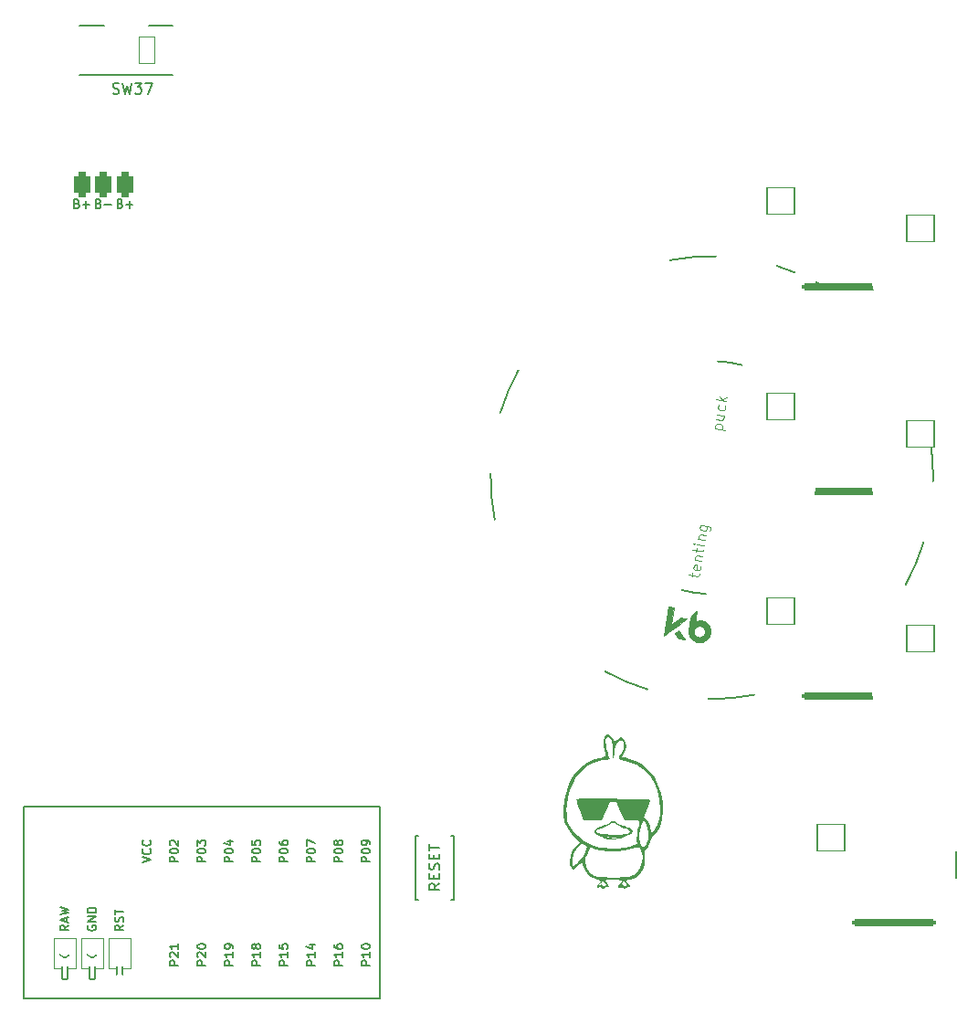
<source format=gbr>
%TF.GenerationSoftware,KiCad,Pcbnew,7.0.2*%
%TF.CreationDate,2023-09-29T14:26:07+02:00*%
%TF.ProjectId,wizza,77697a7a-612e-46b6-9963-61645f706362,v1.0.0*%
%TF.SameCoordinates,Original*%
%TF.FileFunction,Legend,Top*%
%TF.FilePolarity,Positive*%
%FSLAX46Y46*%
G04 Gerber Fmt 4.6, Leading zero omitted, Abs format (unit mm)*
G04 Created by KiCad (PCBNEW 7.0.2) date 2023-09-29 14:26:07*
%MOMM*%
%LPD*%
G01*
G04 APERTURE LIST*
G04 Aperture macros list*
%AMRoundRect*
0 Rectangle with rounded corners*
0 $1 Rounding radius*
0 $2 $3 $4 $5 $6 $7 $8 $9 X,Y pos of 4 corners*
0 Add a 4 corners polygon primitive as box body*
4,1,4,$2,$3,$4,$5,$6,$7,$8,$9,$2,$3,0*
0 Add four circle primitives for the rounded corners*
1,1,$1+$1,$2,$3*
1,1,$1+$1,$4,$5*
1,1,$1+$1,$6,$7*
1,1,$1+$1,$8,$9*
0 Add four rect primitives between the rounded corners*
20,1,$1+$1,$2,$3,$4,$5,0*
20,1,$1+$1,$4,$5,$6,$7,0*
20,1,$1+$1,$6,$7,$8,$9,0*
20,1,$1+$1,$8,$9,$2,$3,0*%
%AMFreePoly0*
4,1,16,0.535355,0.785355,0.550000,0.750000,0.550000,-0.750000,0.535355,-0.785355,0.500000,-0.800000,-0.650000,-0.800000,-0.685355,-0.785355,-0.700000,-0.750000,-0.691603,-0.722265,-0.210093,0.000000,-0.691603,0.722265,-0.699029,0.759806,-0.677735,0.791603,-0.650000,0.800000,0.500000,0.800000,0.535355,0.785355,0.535355,0.785355,$1*%
%AMFreePoly1*
4,1,16,0.535355,0.785355,0.541603,0.777735,1.041603,0.027735,1.049029,-0.009806,1.041603,-0.027735,0.541603,-0.777735,0.509806,-0.799029,0.500000,-0.800000,-0.500000,-0.800000,-0.535355,-0.785355,-0.550000,-0.750000,-0.550000,0.750000,-0.535355,0.785355,-0.500000,0.800000,0.500000,0.800000,0.535355,0.785355,0.535355,0.785355,$1*%
G04 Aperture macros list end*
%ADD10C,0.150000*%
%ADD11C,0.100000*%
%ADD12C,0.120000*%
%ADD13C,0.200000*%
%ADD14C,0.010000*%
%ADD15C,1.752600*%
%ADD16RoundRect,0.375000X-0.375000X-0.750000X0.375000X-0.750000X0.375000X0.750000X-0.375000X0.750000X0*%
%ADD17C,2.000000*%
%ADD18O,2.300000X3.600000*%
%ADD19RoundRect,0.050000X0.750000X1.250000X-0.750000X1.250000X-0.750000X-1.250000X0.750000X-1.250000X0*%
%ADD20O,1.600000X2.600000*%
%ADD21C,1.701800*%
%ADD22C,3.987800*%
%ADD23C,3.000000*%
%ADD24RoundRect,0.050000X-1.161204X-1.356367X1.379093X-1.134120X1.161204X1.356367X-1.379093X1.134120X0*%
%ADD25C,2.386000*%
%ADD26RoundRect,0.197609X3.635590X0.466246X-3.661319X-0.172151X-3.635590X-0.466246X3.661319X0.172151X0*%
%ADD27RoundRect,0.050000X-1.038570X-1.452411X1.472690X-1.009608X1.038570X1.452411X-1.472690X1.009608X0*%
%ADD28RoundRect,0.197609X3.581119X0.781334X-3.632383X-0.490601X-3.581119X-0.781334X3.632383X0.490601X0*%
%ADD29RoundRect,0.050000X-0.250000X-0.762000X0.250000X-0.762000X0.250000X0.762000X-0.250000X0.762000X0*%
%ADD30C,1.852600*%
%ADD31FreePoly0,270.000000*%
%ADD32FreePoly1,270.000000*%
%ADD33C,4.500000*%
%ADD34RoundRect,0.050000X-0.853824X-1.568155X1.584753X-0.822607X0.853824X1.568155X-1.584753X0.822607X0*%
%ADD35RoundRect,0.197609X3.459205X1.211939X-3.545519X-0.929620X-3.459205X-1.211939X3.545519X0.929620X0*%
%ADD36C,5.100000*%
%ADD37RoundRect,0.050000X-1.275000X-1.250000X1.275000X-1.250000X1.275000X1.250000X-1.275000X1.250000X0*%
%ADD38RoundRect,0.197609X3.662391X0.147609X-3.662391X0.147609X-3.662391X-0.147609X3.662391X-0.147609X0*%
%ADD39RoundRect,0.425000X-0.375000X-0.750000X0.375000X-0.750000X0.375000X0.750000X-0.375000X0.750000X0*%
%ADD40C,2.100000*%
G04 APERTURE END LIST*
D10*
%TO.C,SW37*%
X203340476Y-62915000D02*
X203483333Y-62962619D01*
X203483333Y-62962619D02*
X203721428Y-62962619D01*
X203721428Y-62962619D02*
X203816666Y-62915000D01*
X203816666Y-62915000D02*
X203864285Y-62867380D01*
X203864285Y-62867380D02*
X203911904Y-62772142D01*
X203911904Y-62772142D02*
X203911904Y-62676904D01*
X203911904Y-62676904D02*
X203864285Y-62581666D01*
X203864285Y-62581666D02*
X203816666Y-62534047D01*
X203816666Y-62534047D02*
X203721428Y-62486428D01*
X203721428Y-62486428D02*
X203530952Y-62438809D01*
X203530952Y-62438809D02*
X203435714Y-62391190D01*
X203435714Y-62391190D02*
X203388095Y-62343571D01*
X203388095Y-62343571D02*
X203340476Y-62248333D01*
X203340476Y-62248333D02*
X203340476Y-62153095D01*
X203340476Y-62153095D02*
X203388095Y-62057857D01*
X203388095Y-62057857D02*
X203435714Y-62010238D01*
X203435714Y-62010238D02*
X203530952Y-61962619D01*
X203530952Y-61962619D02*
X203769047Y-61962619D01*
X203769047Y-61962619D02*
X203911904Y-62010238D01*
X204245238Y-61962619D02*
X204483333Y-62962619D01*
X204483333Y-62962619D02*
X204673809Y-62248333D01*
X204673809Y-62248333D02*
X204864285Y-62962619D01*
X204864285Y-62962619D02*
X205102381Y-61962619D01*
X205388095Y-61962619D02*
X206007142Y-61962619D01*
X206007142Y-61962619D02*
X205673809Y-62343571D01*
X205673809Y-62343571D02*
X205816666Y-62343571D01*
X205816666Y-62343571D02*
X205911904Y-62391190D01*
X205911904Y-62391190D02*
X205959523Y-62438809D01*
X205959523Y-62438809D02*
X206007142Y-62534047D01*
X206007142Y-62534047D02*
X206007142Y-62772142D01*
X206007142Y-62772142D02*
X205959523Y-62867380D01*
X205959523Y-62867380D02*
X205911904Y-62915000D01*
X205911904Y-62915000D02*
X205816666Y-62962619D01*
X205816666Y-62962619D02*
X205530952Y-62962619D01*
X205530952Y-62962619D02*
X205435714Y-62915000D01*
X205435714Y-62915000D02*
X205388095Y-62867380D01*
X206340476Y-61962619D02*
X207007142Y-61962619D01*
X207007142Y-61962619D02*
X206578571Y-62962619D01*
%TO.C,MCU1*%
X217032095Y-143725428D02*
X216232095Y-143725428D01*
X216232095Y-143725428D02*
X216232095Y-143420666D01*
X216232095Y-143420666D02*
X216270190Y-143344476D01*
X216270190Y-143344476D02*
X216308285Y-143306381D01*
X216308285Y-143306381D02*
X216384476Y-143268285D01*
X216384476Y-143268285D02*
X216498761Y-143268285D01*
X216498761Y-143268285D02*
X216574952Y-143306381D01*
X216574952Y-143306381D02*
X216613047Y-143344476D01*
X216613047Y-143344476D02*
X216651142Y-143420666D01*
X216651142Y-143420666D02*
X216651142Y-143725428D01*
X217032095Y-142506381D02*
X217032095Y-142963524D01*
X217032095Y-142734952D02*
X216232095Y-142734952D01*
X216232095Y-142734952D02*
X216346380Y-142811143D01*
X216346380Y-142811143D02*
X216422571Y-142887333D01*
X216422571Y-142887333D02*
X216460666Y-142963524D01*
X216574952Y-142049238D02*
X216536857Y-142125428D01*
X216536857Y-142125428D02*
X216498761Y-142163523D01*
X216498761Y-142163523D02*
X216422571Y-142201619D01*
X216422571Y-142201619D02*
X216384476Y-142201619D01*
X216384476Y-142201619D02*
X216308285Y-142163523D01*
X216308285Y-142163523D02*
X216270190Y-142125428D01*
X216270190Y-142125428D02*
X216232095Y-142049238D01*
X216232095Y-142049238D02*
X216232095Y-141896857D01*
X216232095Y-141896857D02*
X216270190Y-141820666D01*
X216270190Y-141820666D02*
X216308285Y-141782571D01*
X216308285Y-141782571D02*
X216384476Y-141744476D01*
X216384476Y-141744476D02*
X216422571Y-141744476D01*
X216422571Y-141744476D02*
X216498761Y-141782571D01*
X216498761Y-141782571D02*
X216536857Y-141820666D01*
X216536857Y-141820666D02*
X216574952Y-141896857D01*
X216574952Y-141896857D02*
X216574952Y-142049238D01*
X216574952Y-142049238D02*
X216613047Y-142125428D01*
X216613047Y-142125428D02*
X216651142Y-142163523D01*
X216651142Y-142163523D02*
X216727333Y-142201619D01*
X216727333Y-142201619D02*
X216879714Y-142201619D01*
X216879714Y-142201619D02*
X216955904Y-142163523D01*
X216955904Y-142163523D02*
X216994000Y-142125428D01*
X216994000Y-142125428D02*
X217032095Y-142049238D01*
X217032095Y-142049238D02*
X217032095Y-141896857D01*
X217032095Y-141896857D02*
X216994000Y-141820666D01*
X216994000Y-141820666D02*
X216955904Y-141782571D01*
X216955904Y-141782571D02*
X216879714Y-141744476D01*
X216879714Y-141744476D02*
X216727333Y-141744476D01*
X216727333Y-141744476D02*
X216651142Y-141782571D01*
X216651142Y-141782571D02*
X216613047Y-141820666D01*
X216613047Y-141820666D02*
X216574952Y-141896857D01*
X227192095Y-134125428D02*
X226392095Y-134125428D01*
X226392095Y-134125428D02*
X226392095Y-133820666D01*
X226392095Y-133820666D02*
X226430190Y-133744476D01*
X226430190Y-133744476D02*
X226468285Y-133706381D01*
X226468285Y-133706381D02*
X226544476Y-133668285D01*
X226544476Y-133668285D02*
X226658761Y-133668285D01*
X226658761Y-133668285D02*
X226734952Y-133706381D01*
X226734952Y-133706381D02*
X226773047Y-133744476D01*
X226773047Y-133744476D02*
X226811142Y-133820666D01*
X226811142Y-133820666D02*
X226811142Y-134125428D01*
X226392095Y-133173047D02*
X226392095Y-133096857D01*
X226392095Y-133096857D02*
X226430190Y-133020666D01*
X226430190Y-133020666D02*
X226468285Y-132982571D01*
X226468285Y-132982571D02*
X226544476Y-132944476D01*
X226544476Y-132944476D02*
X226696857Y-132906381D01*
X226696857Y-132906381D02*
X226887333Y-132906381D01*
X226887333Y-132906381D02*
X227039714Y-132944476D01*
X227039714Y-132944476D02*
X227115904Y-132982571D01*
X227115904Y-132982571D02*
X227154000Y-133020666D01*
X227154000Y-133020666D02*
X227192095Y-133096857D01*
X227192095Y-133096857D02*
X227192095Y-133173047D01*
X227192095Y-133173047D02*
X227154000Y-133249238D01*
X227154000Y-133249238D02*
X227115904Y-133287333D01*
X227115904Y-133287333D02*
X227039714Y-133325428D01*
X227039714Y-133325428D02*
X226887333Y-133363524D01*
X226887333Y-133363524D02*
X226696857Y-133363524D01*
X226696857Y-133363524D02*
X226544476Y-133325428D01*
X226544476Y-133325428D02*
X226468285Y-133287333D01*
X226468285Y-133287333D02*
X226430190Y-133249238D01*
X226430190Y-133249238D02*
X226392095Y-133173047D01*
X227192095Y-132525428D02*
X227192095Y-132373047D01*
X227192095Y-132373047D02*
X227154000Y-132296857D01*
X227154000Y-132296857D02*
X227115904Y-132258761D01*
X227115904Y-132258761D02*
X227001619Y-132182571D01*
X227001619Y-132182571D02*
X226849238Y-132144476D01*
X226849238Y-132144476D02*
X226544476Y-132144476D01*
X226544476Y-132144476D02*
X226468285Y-132182571D01*
X226468285Y-132182571D02*
X226430190Y-132220666D01*
X226430190Y-132220666D02*
X226392095Y-132296857D01*
X226392095Y-132296857D02*
X226392095Y-132449238D01*
X226392095Y-132449238D02*
X226430190Y-132525428D01*
X226430190Y-132525428D02*
X226468285Y-132563523D01*
X226468285Y-132563523D02*
X226544476Y-132601619D01*
X226544476Y-132601619D02*
X226734952Y-132601619D01*
X226734952Y-132601619D02*
X226811142Y-132563523D01*
X226811142Y-132563523D02*
X226849238Y-132525428D01*
X226849238Y-132525428D02*
X226887333Y-132449238D01*
X226887333Y-132449238D02*
X226887333Y-132296857D01*
X226887333Y-132296857D02*
X226849238Y-132220666D01*
X226849238Y-132220666D02*
X226811142Y-132182571D01*
X226811142Y-132182571D02*
X226734952Y-132144476D01*
X209412095Y-134125428D02*
X208612095Y-134125428D01*
X208612095Y-134125428D02*
X208612095Y-133820666D01*
X208612095Y-133820666D02*
X208650190Y-133744476D01*
X208650190Y-133744476D02*
X208688285Y-133706381D01*
X208688285Y-133706381D02*
X208764476Y-133668285D01*
X208764476Y-133668285D02*
X208878761Y-133668285D01*
X208878761Y-133668285D02*
X208954952Y-133706381D01*
X208954952Y-133706381D02*
X208993047Y-133744476D01*
X208993047Y-133744476D02*
X209031142Y-133820666D01*
X209031142Y-133820666D02*
X209031142Y-134125428D01*
X208612095Y-133173047D02*
X208612095Y-133096857D01*
X208612095Y-133096857D02*
X208650190Y-133020666D01*
X208650190Y-133020666D02*
X208688285Y-132982571D01*
X208688285Y-132982571D02*
X208764476Y-132944476D01*
X208764476Y-132944476D02*
X208916857Y-132906381D01*
X208916857Y-132906381D02*
X209107333Y-132906381D01*
X209107333Y-132906381D02*
X209259714Y-132944476D01*
X209259714Y-132944476D02*
X209335904Y-132982571D01*
X209335904Y-132982571D02*
X209374000Y-133020666D01*
X209374000Y-133020666D02*
X209412095Y-133096857D01*
X209412095Y-133096857D02*
X209412095Y-133173047D01*
X209412095Y-133173047D02*
X209374000Y-133249238D01*
X209374000Y-133249238D02*
X209335904Y-133287333D01*
X209335904Y-133287333D02*
X209259714Y-133325428D01*
X209259714Y-133325428D02*
X209107333Y-133363524D01*
X209107333Y-133363524D02*
X208916857Y-133363524D01*
X208916857Y-133363524D02*
X208764476Y-133325428D01*
X208764476Y-133325428D02*
X208688285Y-133287333D01*
X208688285Y-133287333D02*
X208650190Y-133249238D01*
X208650190Y-133249238D02*
X208612095Y-133173047D01*
X208688285Y-132601619D02*
X208650190Y-132563523D01*
X208650190Y-132563523D02*
X208612095Y-132487333D01*
X208612095Y-132487333D02*
X208612095Y-132296857D01*
X208612095Y-132296857D02*
X208650190Y-132220666D01*
X208650190Y-132220666D02*
X208688285Y-132182571D01*
X208688285Y-132182571D02*
X208764476Y-132144476D01*
X208764476Y-132144476D02*
X208840666Y-132144476D01*
X208840666Y-132144476D02*
X208954952Y-132182571D01*
X208954952Y-132182571D02*
X209412095Y-132639714D01*
X209412095Y-132639714D02*
X209412095Y-132144476D01*
X214492095Y-143725428D02*
X213692095Y-143725428D01*
X213692095Y-143725428D02*
X213692095Y-143420666D01*
X213692095Y-143420666D02*
X213730190Y-143344476D01*
X213730190Y-143344476D02*
X213768285Y-143306381D01*
X213768285Y-143306381D02*
X213844476Y-143268285D01*
X213844476Y-143268285D02*
X213958761Y-143268285D01*
X213958761Y-143268285D02*
X214034952Y-143306381D01*
X214034952Y-143306381D02*
X214073047Y-143344476D01*
X214073047Y-143344476D02*
X214111142Y-143420666D01*
X214111142Y-143420666D02*
X214111142Y-143725428D01*
X214492095Y-142506381D02*
X214492095Y-142963524D01*
X214492095Y-142734952D02*
X213692095Y-142734952D01*
X213692095Y-142734952D02*
X213806380Y-142811143D01*
X213806380Y-142811143D02*
X213882571Y-142887333D01*
X213882571Y-142887333D02*
X213920666Y-142963524D01*
X214492095Y-142125428D02*
X214492095Y-141973047D01*
X214492095Y-141973047D02*
X214454000Y-141896857D01*
X214454000Y-141896857D02*
X214415904Y-141858761D01*
X214415904Y-141858761D02*
X214301619Y-141782571D01*
X214301619Y-141782571D02*
X214149238Y-141744476D01*
X214149238Y-141744476D02*
X213844476Y-141744476D01*
X213844476Y-141744476D02*
X213768285Y-141782571D01*
X213768285Y-141782571D02*
X213730190Y-141820666D01*
X213730190Y-141820666D02*
X213692095Y-141896857D01*
X213692095Y-141896857D02*
X213692095Y-142049238D01*
X213692095Y-142049238D02*
X213730190Y-142125428D01*
X213730190Y-142125428D02*
X213768285Y-142163523D01*
X213768285Y-142163523D02*
X213844476Y-142201619D01*
X213844476Y-142201619D02*
X214034952Y-142201619D01*
X214034952Y-142201619D02*
X214111142Y-142163523D01*
X214111142Y-142163523D02*
X214149238Y-142125428D01*
X214149238Y-142125428D02*
X214187333Y-142049238D01*
X214187333Y-142049238D02*
X214187333Y-141896857D01*
X214187333Y-141896857D02*
X214149238Y-141820666D01*
X214149238Y-141820666D02*
X214111142Y-141782571D01*
X214111142Y-141782571D02*
X214034952Y-141744476D01*
X211952095Y-143725428D02*
X211152095Y-143725428D01*
X211152095Y-143725428D02*
X211152095Y-143420666D01*
X211152095Y-143420666D02*
X211190190Y-143344476D01*
X211190190Y-143344476D02*
X211228285Y-143306381D01*
X211228285Y-143306381D02*
X211304476Y-143268285D01*
X211304476Y-143268285D02*
X211418761Y-143268285D01*
X211418761Y-143268285D02*
X211494952Y-143306381D01*
X211494952Y-143306381D02*
X211533047Y-143344476D01*
X211533047Y-143344476D02*
X211571142Y-143420666D01*
X211571142Y-143420666D02*
X211571142Y-143725428D01*
X211228285Y-142963524D02*
X211190190Y-142925428D01*
X211190190Y-142925428D02*
X211152095Y-142849238D01*
X211152095Y-142849238D02*
X211152095Y-142658762D01*
X211152095Y-142658762D02*
X211190190Y-142582571D01*
X211190190Y-142582571D02*
X211228285Y-142544476D01*
X211228285Y-142544476D02*
X211304476Y-142506381D01*
X211304476Y-142506381D02*
X211380666Y-142506381D01*
X211380666Y-142506381D02*
X211494952Y-142544476D01*
X211494952Y-142544476D02*
X211952095Y-143001619D01*
X211952095Y-143001619D02*
X211952095Y-142506381D01*
X211152095Y-142011142D02*
X211152095Y-141934952D01*
X211152095Y-141934952D02*
X211190190Y-141858761D01*
X211190190Y-141858761D02*
X211228285Y-141820666D01*
X211228285Y-141820666D02*
X211304476Y-141782571D01*
X211304476Y-141782571D02*
X211456857Y-141744476D01*
X211456857Y-141744476D02*
X211647333Y-141744476D01*
X211647333Y-141744476D02*
X211799714Y-141782571D01*
X211799714Y-141782571D02*
X211875904Y-141820666D01*
X211875904Y-141820666D02*
X211914000Y-141858761D01*
X211914000Y-141858761D02*
X211952095Y-141934952D01*
X211952095Y-141934952D02*
X211952095Y-142011142D01*
X211952095Y-142011142D02*
X211914000Y-142087333D01*
X211914000Y-142087333D02*
X211875904Y-142125428D01*
X211875904Y-142125428D02*
X211799714Y-142163523D01*
X211799714Y-142163523D02*
X211647333Y-142201619D01*
X211647333Y-142201619D02*
X211456857Y-142201619D01*
X211456857Y-142201619D02*
X211304476Y-142163523D01*
X211304476Y-142163523D02*
X211228285Y-142125428D01*
X211228285Y-142125428D02*
X211190190Y-142087333D01*
X211190190Y-142087333D02*
X211152095Y-142011142D01*
X214492095Y-134125428D02*
X213692095Y-134125428D01*
X213692095Y-134125428D02*
X213692095Y-133820666D01*
X213692095Y-133820666D02*
X213730190Y-133744476D01*
X213730190Y-133744476D02*
X213768285Y-133706381D01*
X213768285Y-133706381D02*
X213844476Y-133668285D01*
X213844476Y-133668285D02*
X213958761Y-133668285D01*
X213958761Y-133668285D02*
X214034952Y-133706381D01*
X214034952Y-133706381D02*
X214073047Y-133744476D01*
X214073047Y-133744476D02*
X214111142Y-133820666D01*
X214111142Y-133820666D02*
X214111142Y-134125428D01*
X213692095Y-133173047D02*
X213692095Y-133096857D01*
X213692095Y-133096857D02*
X213730190Y-133020666D01*
X213730190Y-133020666D02*
X213768285Y-132982571D01*
X213768285Y-132982571D02*
X213844476Y-132944476D01*
X213844476Y-132944476D02*
X213996857Y-132906381D01*
X213996857Y-132906381D02*
X214187333Y-132906381D01*
X214187333Y-132906381D02*
X214339714Y-132944476D01*
X214339714Y-132944476D02*
X214415904Y-132982571D01*
X214415904Y-132982571D02*
X214454000Y-133020666D01*
X214454000Y-133020666D02*
X214492095Y-133096857D01*
X214492095Y-133096857D02*
X214492095Y-133173047D01*
X214492095Y-133173047D02*
X214454000Y-133249238D01*
X214454000Y-133249238D02*
X214415904Y-133287333D01*
X214415904Y-133287333D02*
X214339714Y-133325428D01*
X214339714Y-133325428D02*
X214187333Y-133363524D01*
X214187333Y-133363524D02*
X213996857Y-133363524D01*
X213996857Y-133363524D02*
X213844476Y-133325428D01*
X213844476Y-133325428D02*
X213768285Y-133287333D01*
X213768285Y-133287333D02*
X213730190Y-133249238D01*
X213730190Y-133249238D02*
X213692095Y-133173047D01*
X213958761Y-132220666D02*
X214492095Y-132220666D01*
X213654000Y-132411142D02*
X214225428Y-132601619D01*
X214225428Y-132601619D02*
X214225428Y-132106380D01*
X211952095Y-134125428D02*
X211152095Y-134125428D01*
X211152095Y-134125428D02*
X211152095Y-133820666D01*
X211152095Y-133820666D02*
X211190190Y-133744476D01*
X211190190Y-133744476D02*
X211228285Y-133706381D01*
X211228285Y-133706381D02*
X211304476Y-133668285D01*
X211304476Y-133668285D02*
X211418761Y-133668285D01*
X211418761Y-133668285D02*
X211494952Y-133706381D01*
X211494952Y-133706381D02*
X211533047Y-133744476D01*
X211533047Y-133744476D02*
X211571142Y-133820666D01*
X211571142Y-133820666D02*
X211571142Y-134125428D01*
X211152095Y-133173047D02*
X211152095Y-133096857D01*
X211152095Y-133096857D02*
X211190190Y-133020666D01*
X211190190Y-133020666D02*
X211228285Y-132982571D01*
X211228285Y-132982571D02*
X211304476Y-132944476D01*
X211304476Y-132944476D02*
X211456857Y-132906381D01*
X211456857Y-132906381D02*
X211647333Y-132906381D01*
X211647333Y-132906381D02*
X211799714Y-132944476D01*
X211799714Y-132944476D02*
X211875904Y-132982571D01*
X211875904Y-132982571D02*
X211914000Y-133020666D01*
X211914000Y-133020666D02*
X211952095Y-133096857D01*
X211952095Y-133096857D02*
X211952095Y-133173047D01*
X211952095Y-133173047D02*
X211914000Y-133249238D01*
X211914000Y-133249238D02*
X211875904Y-133287333D01*
X211875904Y-133287333D02*
X211799714Y-133325428D01*
X211799714Y-133325428D02*
X211647333Y-133363524D01*
X211647333Y-133363524D02*
X211456857Y-133363524D01*
X211456857Y-133363524D02*
X211304476Y-133325428D01*
X211304476Y-133325428D02*
X211228285Y-133287333D01*
X211228285Y-133287333D02*
X211190190Y-133249238D01*
X211190190Y-133249238D02*
X211152095Y-133173047D01*
X211152095Y-132639714D02*
X211152095Y-132144476D01*
X211152095Y-132144476D02*
X211456857Y-132411142D01*
X211456857Y-132411142D02*
X211456857Y-132296857D01*
X211456857Y-132296857D02*
X211494952Y-132220666D01*
X211494952Y-132220666D02*
X211533047Y-132182571D01*
X211533047Y-132182571D02*
X211609238Y-132144476D01*
X211609238Y-132144476D02*
X211799714Y-132144476D01*
X211799714Y-132144476D02*
X211875904Y-132182571D01*
X211875904Y-132182571D02*
X211914000Y-132220666D01*
X211914000Y-132220666D02*
X211952095Y-132296857D01*
X211952095Y-132296857D02*
X211952095Y-132525428D01*
X211952095Y-132525428D02*
X211914000Y-132601619D01*
X211914000Y-132601619D02*
X211875904Y-132639714D01*
X204332095Y-140005617D02*
X203951142Y-140272284D01*
X204332095Y-140462760D02*
X203532095Y-140462760D01*
X203532095Y-140462760D02*
X203532095Y-140157998D01*
X203532095Y-140157998D02*
X203570190Y-140081808D01*
X203570190Y-140081808D02*
X203608285Y-140043713D01*
X203608285Y-140043713D02*
X203684476Y-140005617D01*
X203684476Y-140005617D02*
X203798761Y-140005617D01*
X203798761Y-140005617D02*
X203874952Y-140043713D01*
X203874952Y-140043713D02*
X203913047Y-140081808D01*
X203913047Y-140081808D02*
X203951142Y-140157998D01*
X203951142Y-140157998D02*
X203951142Y-140462760D01*
X204294000Y-139700856D02*
X204332095Y-139586570D01*
X204332095Y-139586570D02*
X204332095Y-139396094D01*
X204332095Y-139396094D02*
X204294000Y-139319903D01*
X204294000Y-139319903D02*
X204255904Y-139281808D01*
X204255904Y-139281808D02*
X204179714Y-139243713D01*
X204179714Y-139243713D02*
X204103523Y-139243713D01*
X204103523Y-139243713D02*
X204027333Y-139281808D01*
X204027333Y-139281808D02*
X203989238Y-139319903D01*
X203989238Y-139319903D02*
X203951142Y-139396094D01*
X203951142Y-139396094D02*
X203913047Y-139548475D01*
X203913047Y-139548475D02*
X203874952Y-139624665D01*
X203874952Y-139624665D02*
X203836857Y-139662760D01*
X203836857Y-139662760D02*
X203760666Y-139700856D01*
X203760666Y-139700856D02*
X203684476Y-139700856D01*
X203684476Y-139700856D02*
X203608285Y-139662760D01*
X203608285Y-139662760D02*
X203570190Y-139624665D01*
X203570190Y-139624665D02*
X203532095Y-139548475D01*
X203532095Y-139548475D02*
X203532095Y-139357998D01*
X203532095Y-139357998D02*
X203570190Y-139243713D01*
X203532095Y-139015141D02*
X203532095Y-138557998D01*
X204332095Y-138786570D02*
X203532095Y-138786570D01*
X219572095Y-143725428D02*
X218772095Y-143725428D01*
X218772095Y-143725428D02*
X218772095Y-143420666D01*
X218772095Y-143420666D02*
X218810190Y-143344476D01*
X218810190Y-143344476D02*
X218848285Y-143306381D01*
X218848285Y-143306381D02*
X218924476Y-143268285D01*
X218924476Y-143268285D02*
X219038761Y-143268285D01*
X219038761Y-143268285D02*
X219114952Y-143306381D01*
X219114952Y-143306381D02*
X219153047Y-143344476D01*
X219153047Y-143344476D02*
X219191142Y-143420666D01*
X219191142Y-143420666D02*
X219191142Y-143725428D01*
X219572095Y-142506381D02*
X219572095Y-142963524D01*
X219572095Y-142734952D02*
X218772095Y-142734952D01*
X218772095Y-142734952D02*
X218886380Y-142811143D01*
X218886380Y-142811143D02*
X218962571Y-142887333D01*
X218962571Y-142887333D02*
X219000666Y-142963524D01*
X218772095Y-141782571D02*
X218772095Y-142163523D01*
X218772095Y-142163523D02*
X219153047Y-142201619D01*
X219153047Y-142201619D02*
X219114952Y-142163523D01*
X219114952Y-142163523D02*
X219076857Y-142087333D01*
X219076857Y-142087333D02*
X219076857Y-141896857D01*
X219076857Y-141896857D02*
X219114952Y-141820666D01*
X219114952Y-141820666D02*
X219153047Y-141782571D01*
X219153047Y-141782571D02*
X219229238Y-141744476D01*
X219229238Y-141744476D02*
X219419714Y-141744476D01*
X219419714Y-141744476D02*
X219495904Y-141782571D01*
X219495904Y-141782571D02*
X219534000Y-141820666D01*
X219534000Y-141820666D02*
X219572095Y-141896857D01*
X219572095Y-141896857D02*
X219572095Y-142087333D01*
X219572095Y-142087333D02*
X219534000Y-142163523D01*
X219534000Y-142163523D02*
X219495904Y-142201619D01*
X209412095Y-143725428D02*
X208612095Y-143725428D01*
X208612095Y-143725428D02*
X208612095Y-143420666D01*
X208612095Y-143420666D02*
X208650190Y-143344476D01*
X208650190Y-143344476D02*
X208688285Y-143306381D01*
X208688285Y-143306381D02*
X208764476Y-143268285D01*
X208764476Y-143268285D02*
X208878761Y-143268285D01*
X208878761Y-143268285D02*
X208954952Y-143306381D01*
X208954952Y-143306381D02*
X208993047Y-143344476D01*
X208993047Y-143344476D02*
X209031142Y-143420666D01*
X209031142Y-143420666D02*
X209031142Y-143725428D01*
X208688285Y-142963524D02*
X208650190Y-142925428D01*
X208650190Y-142925428D02*
X208612095Y-142849238D01*
X208612095Y-142849238D02*
X208612095Y-142658762D01*
X208612095Y-142658762D02*
X208650190Y-142582571D01*
X208650190Y-142582571D02*
X208688285Y-142544476D01*
X208688285Y-142544476D02*
X208764476Y-142506381D01*
X208764476Y-142506381D02*
X208840666Y-142506381D01*
X208840666Y-142506381D02*
X208954952Y-142544476D01*
X208954952Y-142544476D02*
X209412095Y-143001619D01*
X209412095Y-143001619D02*
X209412095Y-142506381D01*
X209412095Y-141744476D02*
X209412095Y-142201619D01*
X209412095Y-141973047D02*
X208612095Y-141973047D01*
X208612095Y-141973047D02*
X208726380Y-142049238D01*
X208726380Y-142049238D02*
X208802571Y-142125428D01*
X208802571Y-142125428D02*
X208840666Y-142201619D01*
X201792095Y-143725428D02*
X200992095Y-143725428D01*
X200992095Y-143725428D02*
X200992095Y-143420666D01*
X200992095Y-143420666D02*
X201030190Y-143344476D01*
X201030190Y-143344476D02*
X201068285Y-143306381D01*
X201068285Y-143306381D02*
X201144476Y-143268285D01*
X201144476Y-143268285D02*
X201258761Y-143268285D01*
X201258761Y-143268285D02*
X201334952Y-143306381D01*
X201334952Y-143306381D02*
X201373047Y-143344476D01*
X201373047Y-143344476D02*
X201411142Y-143420666D01*
X201411142Y-143420666D02*
X201411142Y-143725428D01*
X200992095Y-142773047D02*
X200992095Y-142696857D01*
X200992095Y-142696857D02*
X201030190Y-142620666D01*
X201030190Y-142620666D02*
X201068285Y-142582571D01*
X201068285Y-142582571D02*
X201144476Y-142544476D01*
X201144476Y-142544476D02*
X201296857Y-142506381D01*
X201296857Y-142506381D02*
X201487333Y-142506381D01*
X201487333Y-142506381D02*
X201639714Y-142544476D01*
X201639714Y-142544476D02*
X201715904Y-142582571D01*
X201715904Y-142582571D02*
X201754000Y-142620666D01*
X201754000Y-142620666D02*
X201792095Y-142696857D01*
X201792095Y-142696857D02*
X201792095Y-142773047D01*
X201792095Y-142773047D02*
X201754000Y-142849238D01*
X201754000Y-142849238D02*
X201715904Y-142887333D01*
X201715904Y-142887333D02*
X201639714Y-142925428D01*
X201639714Y-142925428D02*
X201487333Y-142963524D01*
X201487333Y-142963524D02*
X201296857Y-142963524D01*
X201296857Y-142963524D02*
X201144476Y-142925428D01*
X201144476Y-142925428D02*
X201068285Y-142887333D01*
X201068285Y-142887333D02*
X201030190Y-142849238D01*
X201030190Y-142849238D02*
X200992095Y-142773047D01*
X200992095Y-142011142D02*
X200992095Y-141934952D01*
X200992095Y-141934952D02*
X201030190Y-141858761D01*
X201030190Y-141858761D02*
X201068285Y-141820666D01*
X201068285Y-141820666D02*
X201144476Y-141782571D01*
X201144476Y-141782571D02*
X201296857Y-141744476D01*
X201296857Y-141744476D02*
X201487333Y-141744476D01*
X201487333Y-141744476D02*
X201639714Y-141782571D01*
X201639714Y-141782571D02*
X201715904Y-141820666D01*
X201715904Y-141820666D02*
X201754000Y-141858761D01*
X201754000Y-141858761D02*
X201792095Y-141934952D01*
X201792095Y-141934952D02*
X201792095Y-142011142D01*
X201792095Y-142011142D02*
X201754000Y-142087333D01*
X201754000Y-142087333D02*
X201715904Y-142125428D01*
X201715904Y-142125428D02*
X201639714Y-142163523D01*
X201639714Y-142163523D02*
X201487333Y-142201619D01*
X201487333Y-142201619D02*
X201296857Y-142201619D01*
X201296857Y-142201619D02*
X201144476Y-142163523D01*
X201144476Y-142163523D02*
X201068285Y-142125428D01*
X201068285Y-142125428D02*
X201030190Y-142087333D01*
X201030190Y-142087333D02*
X200992095Y-142011142D01*
X222112095Y-134125428D02*
X221312095Y-134125428D01*
X221312095Y-134125428D02*
X221312095Y-133820666D01*
X221312095Y-133820666D02*
X221350190Y-133744476D01*
X221350190Y-133744476D02*
X221388285Y-133706381D01*
X221388285Y-133706381D02*
X221464476Y-133668285D01*
X221464476Y-133668285D02*
X221578761Y-133668285D01*
X221578761Y-133668285D02*
X221654952Y-133706381D01*
X221654952Y-133706381D02*
X221693047Y-133744476D01*
X221693047Y-133744476D02*
X221731142Y-133820666D01*
X221731142Y-133820666D02*
X221731142Y-134125428D01*
X221312095Y-133173047D02*
X221312095Y-133096857D01*
X221312095Y-133096857D02*
X221350190Y-133020666D01*
X221350190Y-133020666D02*
X221388285Y-132982571D01*
X221388285Y-132982571D02*
X221464476Y-132944476D01*
X221464476Y-132944476D02*
X221616857Y-132906381D01*
X221616857Y-132906381D02*
X221807333Y-132906381D01*
X221807333Y-132906381D02*
X221959714Y-132944476D01*
X221959714Y-132944476D02*
X222035904Y-132982571D01*
X222035904Y-132982571D02*
X222074000Y-133020666D01*
X222074000Y-133020666D02*
X222112095Y-133096857D01*
X222112095Y-133096857D02*
X222112095Y-133173047D01*
X222112095Y-133173047D02*
X222074000Y-133249238D01*
X222074000Y-133249238D02*
X222035904Y-133287333D01*
X222035904Y-133287333D02*
X221959714Y-133325428D01*
X221959714Y-133325428D02*
X221807333Y-133363524D01*
X221807333Y-133363524D02*
X221616857Y-133363524D01*
X221616857Y-133363524D02*
X221464476Y-133325428D01*
X221464476Y-133325428D02*
X221388285Y-133287333D01*
X221388285Y-133287333D02*
X221350190Y-133249238D01*
X221350190Y-133249238D02*
X221312095Y-133173047D01*
X221312095Y-132639714D02*
X221312095Y-132106380D01*
X221312095Y-132106380D02*
X222112095Y-132449238D01*
X224652095Y-134125428D02*
X223852095Y-134125428D01*
X223852095Y-134125428D02*
X223852095Y-133820666D01*
X223852095Y-133820666D02*
X223890190Y-133744476D01*
X223890190Y-133744476D02*
X223928285Y-133706381D01*
X223928285Y-133706381D02*
X224004476Y-133668285D01*
X224004476Y-133668285D02*
X224118761Y-133668285D01*
X224118761Y-133668285D02*
X224194952Y-133706381D01*
X224194952Y-133706381D02*
X224233047Y-133744476D01*
X224233047Y-133744476D02*
X224271142Y-133820666D01*
X224271142Y-133820666D02*
X224271142Y-134125428D01*
X223852095Y-133173047D02*
X223852095Y-133096857D01*
X223852095Y-133096857D02*
X223890190Y-133020666D01*
X223890190Y-133020666D02*
X223928285Y-132982571D01*
X223928285Y-132982571D02*
X224004476Y-132944476D01*
X224004476Y-132944476D02*
X224156857Y-132906381D01*
X224156857Y-132906381D02*
X224347333Y-132906381D01*
X224347333Y-132906381D02*
X224499714Y-132944476D01*
X224499714Y-132944476D02*
X224575904Y-132982571D01*
X224575904Y-132982571D02*
X224614000Y-133020666D01*
X224614000Y-133020666D02*
X224652095Y-133096857D01*
X224652095Y-133096857D02*
X224652095Y-133173047D01*
X224652095Y-133173047D02*
X224614000Y-133249238D01*
X224614000Y-133249238D02*
X224575904Y-133287333D01*
X224575904Y-133287333D02*
X224499714Y-133325428D01*
X224499714Y-133325428D02*
X224347333Y-133363524D01*
X224347333Y-133363524D02*
X224156857Y-133363524D01*
X224156857Y-133363524D02*
X224004476Y-133325428D01*
X224004476Y-133325428D02*
X223928285Y-133287333D01*
X223928285Y-133287333D02*
X223890190Y-133249238D01*
X223890190Y-133249238D02*
X223852095Y-133173047D01*
X224194952Y-132449238D02*
X224156857Y-132525428D01*
X224156857Y-132525428D02*
X224118761Y-132563523D01*
X224118761Y-132563523D02*
X224042571Y-132601619D01*
X224042571Y-132601619D02*
X224004476Y-132601619D01*
X224004476Y-132601619D02*
X223928285Y-132563523D01*
X223928285Y-132563523D02*
X223890190Y-132525428D01*
X223890190Y-132525428D02*
X223852095Y-132449238D01*
X223852095Y-132449238D02*
X223852095Y-132296857D01*
X223852095Y-132296857D02*
X223890190Y-132220666D01*
X223890190Y-132220666D02*
X223928285Y-132182571D01*
X223928285Y-132182571D02*
X224004476Y-132144476D01*
X224004476Y-132144476D02*
X224042571Y-132144476D01*
X224042571Y-132144476D02*
X224118761Y-132182571D01*
X224118761Y-132182571D02*
X224156857Y-132220666D01*
X224156857Y-132220666D02*
X224194952Y-132296857D01*
X224194952Y-132296857D02*
X224194952Y-132449238D01*
X224194952Y-132449238D02*
X224233047Y-132525428D01*
X224233047Y-132525428D02*
X224271142Y-132563523D01*
X224271142Y-132563523D02*
X224347333Y-132601619D01*
X224347333Y-132601619D02*
X224499714Y-132601619D01*
X224499714Y-132601619D02*
X224575904Y-132563523D01*
X224575904Y-132563523D02*
X224614000Y-132525428D01*
X224614000Y-132525428D02*
X224652095Y-132449238D01*
X224652095Y-132449238D02*
X224652095Y-132296857D01*
X224652095Y-132296857D02*
X224614000Y-132220666D01*
X224614000Y-132220666D02*
X224575904Y-132182571D01*
X224575904Y-132182571D02*
X224499714Y-132144476D01*
X224499714Y-132144476D02*
X224347333Y-132144476D01*
X224347333Y-132144476D02*
X224271142Y-132182571D01*
X224271142Y-132182571D02*
X224233047Y-132220666D01*
X224233047Y-132220666D02*
X224194952Y-132296857D01*
X224652095Y-143725428D02*
X223852095Y-143725428D01*
X223852095Y-143725428D02*
X223852095Y-143420666D01*
X223852095Y-143420666D02*
X223890190Y-143344476D01*
X223890190Y-143344476D02*
X223928285Y-143306381D01*
X223928285Y-143306381D02*
X224004476Y-143268285D01*
X224004476Y-143268285D02*
X224118761Y-143268285D01*
X224118761Y-143268285D02*
X224194952Y-143306381D01*
X224194952Y-143306381D02*
X224233047Y-143344476D01*
X224233047Y-143344476D02*
X224271142Y-143420666D01*
X224271142Y-143420666D02*
X224271142Y-143725428D01*
X224652095Y-142506381D02*
X224652095Y-142963524D01*
X224652095Y-142734952D02*
X223852095Y-142734952D01*
X223852095Y-142734952D02*
X223966380Y-142811143D01*
X223966380Y-142811143D02*
X224042571Y-142887333D01*
X224042571Y-142887333D02*
X224080666Y-142963524D01*
X223852095Y-141820666D02*
X223852095Y-141973047D01*
X223852095Y-141973047D02*
X223890190Y-142049238D01*
X223890190Y-142049238D02*
X223928285Y-142087333D01*
X223928285Y-142087333D02*
X224042571Y-142163523D01*
X224042571Y-142163523D02*
X224194952Y-142201619D01*
X224194952Y-142201619D02*
X224499714Y-142201619D01*
X224499714Y-142201619D02*
X224575904Y-142163523D01*
X224575904Y-142163523D02*
X224614000Y-142125428D01*
X224614000Y-142125428D02*
X224652095Y-142049238D01*
X224652095Y-142049238D02*
X224652095Y-141896857D01*
X224652095Y-141896857D02*
X224614000Y-141820666D01*
X224614000Y-141820666D02*
X224575904Y-141782571D01*
X224575904Y-141782571D02*
X224499714Y-141744476D01*
X224499714Y-141744476D02*
X224309238Y-141744476D01*
X224309238Y-141744476D02*
X224233047Y-141782571D01*
X224233047Y-141782571D02*
X224194952Y-141820666D01*
X224194952Y-141820666D02*
X224156857Y-141896857D01*
X224156857Y-141896857D02*
X224156857Y-142049238D01*
X224156857Y-142049238D02*
X224194952Y-142125428D01*
X224194952Y-142125428D02*
X224233047Y-142163523D01*
X224233047Y-142163523D02*
X224309238Y-142201619D01*
X201030190Y-140062760D02*
X200992095Y-140138950D01*
X200992095Y-140138950D02*
X200992095Y-140253236D01*
X200992095Y-140253236D02*
X201030190Y-140367522D01*
X201030190Y-140367522D02*
X201106380Y-140443712D01*
X201106380Y-140443712D02*
X201182571Y-140481807D01*
X201182571Y-140481807D02*
X201334952Y-140519903D01*
X201334952Y-140519903D02*
X201449238Y-140519903D01*
X201449238Y-140519903D02*
X201601619Y-140481807D01*
X201601619Y-140481807D02*
X201677809Y-140443712D01*
X201677809Y-140443712D02*
X201754000Y-140367522D01*
X201754000Y-140367522D02*
X201792095Y-140253236D01*
X201792095Y-140253236D02*
X201792095Y-140177045D01*
X201792095Y-140177045D02*
X201754000Y-140062760D01*
X201754000Y-140062760D02*
X201715904Y-140024664D01*
X201715904Y-140024664D02*
X201449238Y-140024664D01*
X201449238Y-140024664D02*
X201449238Y-140177045D01*
X201792095Y-139681807D02*
X200992095Y-139681807D01*
X200992095Y-139681807D02*
X201792095Y-139224664D01*
X201792095Y-139224664D02*
X200992095Y-139224664D01*
X201792095Y-138843712D02*
X200992095Y-138843712D01*
X200992095Y-138843712D02*
X200992095Y-138653236D01*
X200992095Y-138653236D02*
X201030190Y-138538950D01*
X201030190Y-138538950D02*
X201106380Y-138462760D01*
X201106380Y-138462760D02*
X201182571Y-138424665D01*
X201182571Y-138424665D02*
X201334952Y-138386569D01*
X201334952Y-138386569D02*
X201449238Y-138386569D01*
X201449238Y-138386569D02*
X201601619Y-138424665D01*
X201601619Y-138424665D02*
X201677809Y-138462760D01*
X201677809Y-138462760D02*
X201754000Y-138538950D01*
X201754000Y-138538950D02*
X201792095Y-138653236D01*
X201792095Y-138653236D02*
X201792095Y-138843712D01*
X219572095Y-134125428D02*
X218772095Y-134125428D01*
X218772095Y-134125428D02*
X218772095Y-133820666D01*
X218772095Y-133820666D02*
X218810190Y-133744476D01*
X218810190Y-133744476D02*
X218848285Y-133706381D01*
X218848285Y-133706381D02*
X218924476Y-133668285D01*
X218924476Y-133668285D02*
X219038761Y-133668285D01*
X219038761Y-133668285D02*
X219114952Y-133706381D01*
X219114952Y-133706381D02*
X219153047Y-133744476D01*
X219153047Y-133744476D02*
X219191142Y-133820666D01*
X219191142Y-133820666D02*
X219191142Y-134125428D01*
X218772095Y-133173047D02*
X218772095Y-133096857D01*
X218772095Y-133096857D02*
X218810190Y-133020666D01*
X218810190Y-133020666D02*
X218848285Y-132982571D01*
X218848285Y-132982571D02*
X218924476Y-132944476D01*
X218924476Y-132944476D02*
X219076857Y-132906381D01*
X219076857Y-132906381D02*
X219267333Y-132906381D01*
X219267333Y-132906381D02*
X219419714Y-132944476D01*
X219419714Y-132944476D02*
X219495904Y-132982571D01*
X219495904Y-132982571D02*
X219534000Y-133020666D01*
X219534000Y-133020666D02*
X219572095Y-133096857D01*
X219572095Y-133096857D02*
X219572095Y-133173047D01*
X219572095Y-133173047D02*
X219534000Y-133249238D01*
X219534000Y-133249238D02*
X219495904Y-133287333D01*
X219495904Y-133287333D02*
X219419714Y-133325428D01*
X219419714Y-133325428D02*
X219267333Y-133363524D01*
X219267333Y-133363524D02*
X219076857Y-133363524D01*
X219076857Y-133363524D02*
X218924476Y-133325428D01*
X218924476Y-133325428D02*
X218848285Y-133287333D01*
X218848285Y-133287333D02*
X218810190Y-133249238D01*
X218810190Y-133249238D02*
X218772095Y-133173047D01*
X218772095Y-132220666D02*
X218772095Y-132373047D01*
X218772095Y-132373047D02*
X218810190Y-132449238D01*
X218810190Y-132449238D02*
X218848285Y-132487333D01*
X218848285Y-132487333D02*
X218962571Y-132563523D01*
X218962571Y-132563523D02*
X219114952Y-132601619D01*
X219114952Y-132601619D02*
X219419714Y-132601619D01*
X219419714Y-132601619D02*
X219495904Y-132563523D01*
X219495904Y-132563523D02*
X219534000Y-132525428D01*
X219534000Y-132525428D02*
X219572095Y-132449238D01*
X219572095Y-132449238D02*
X219572095Y-132296857D01*
X219572095Y-132296857D02*
X219534000Y-132220666D01*
X219534000Y-132220666D02*
X219495904Y-132182571D01*
X219495904Y-132182571D02*
X219419714Y-132144476D01*
X219419714Y-132144476D02*
X219229238Y-132144476D01*
X219229238Y-132144476D02*
X219153047Y-132182571D01*
X219153047Y-132182571D02*
X219114952Y-132220666D01*
X219114952Y-132220666D02*
X219076857Y-132296857D01*
X219076857Y-132296857D02*
X219076857Y-132449238D01*
X219076857Y-132449238D02*
X219114952Y-132525428D01*
X219114952Y-132525428D02*
X219153047Y-132563523D01*
X219153047Y-132563523D02*
X219229238Y-132601619D01*
X222112095Y-143725428D02*
X221312095Y-143725428D01*
X221312095Y-143725428D02*
X221312095Y-143420666D01*
X221312095Y-143420666D02*
X221350190Y-143344476D01*
X221350190Y-143344476D02*
X221388285Y-143306381D01*
X221388285Y-143306381D02*
X221464476Y-143268285D01*
X221464476Y-143268285D02*
X221578761Y-143268285D01*
X221578761Y-143268285D02*
X221654952Y-143306381D01*
X221654952Y-143306381D02*
X221693047Y-143344476D01*
X221693047Y-143344476D02*
X221731142Y-143420666D01*
X221731142Y-143420666D02*
X221731142Y-143725428D01*
X222112095Y-142506381D02*
X222112095Y-142963524D01*
X222112095Y-142734952D02*
X221312095Y-142734952D01*
X221312095Y-142734952D02*
X221426380Y-142811143D01*
X221426380Y-142811143D02*
X221502571Y-142887333D01*
X221502571Y-142887333D02*
X221540666Y-142963524D01*
X221578761Y-141820666D02*
X222112095Y-141820666D01*
X221274000Y-142011142D02*
X221845428Y-142201619D01*
X221845428Y-142201619D02*
X221845428Y-141706380D01*
X199252095Y-143725428D02*
X198452095Y-143725428D01*
X198452095Y-143725428D02*
X198452095Y-143420666D01*
X198452095Y-143420666D02*
X198490190Y-143344476D01*
X198490190Y-143344476D02*
X198528285Y-143306381D01*
X198528285Y-143306381D02*
X198604476Y-143268285D01*
X198604476Y-143268285D02*
X198718761Y-143268285D01*
X198718761Y-143268285D02*
X198794952Y-143306381D01*
X198794952Y-143306381D02*
X198833047Y-143344476D01*
X198833047Y-143344476D02*
X198871142Y-143420666D01*
X198871142Y-143420666D02*
X198871142Y-143725428D01*
X198452095Y-142773047D02*
X198452095Y-142696857D01*
X198452095Y-142696857D02*
X198490190Y-142620666D01*
X198490190Y-142620666D02*
X198528285Y-142582571D01*
X198528285Y-142582571D02*
X198604476Y-142544476D01*
X198604476Y-142544476D02*
X198756857Y-142506381D01*
X198756857Y-142506381D02*
X198947333Y-142506381D01*
X198947333Y-142506381D02*
X199099714Y-142544476D01*
X199099714Y-142544476D02*
X199175904Y-142582571D01*
X199175904Y-142582571D02*
X199214000Y-142620666D01*
X199214000Y-142620666D02*
X199252095Y-142696857D01*
X199252095Y-142696857D02*
X199252095Y-142773047D01*
X199252095Y-142773047D02*
X199214000Y-142849238D01*
X199214000Y-142849238D02*
X199175904Y-142887333D01*
X199175904Y-142887333D02*
X199099714Y-142925428D01*
X199099714Y-142925428D02*
X198947333Y-142963524D01*
X198947333Y-142963524D02*
X198756857Y-142963524D01*
X198756857Y-142963524D02*
X198604476Y-142925428D01*
X198604476Y-142925428D02*
X198528285Y-142887333D01*
X198528285Y-142887333D02*
X198490190Y-142849238D01*
X198490190Y-142849238D02*
X198452095Y-142773047D01*
X199252095Y-141744476D02*
X199252095Y-142201619D01*
X199252095Y-141973047D02*
X198452095Y-141973047D01*
X198452095Y-141973047D02*
X198566380Y-142049238D01*
X198566380Y-142049238D02*
X198642571Y-142125428D01*
X198642571Y-142125428D02*
X198680666Y-142201619D01*
X227192095Y-143725428D02*
X226392095Y-143725428D01*
X226392095Y-143725428D02*
X226392095Y-143420666D01*
X226392095Y-143420666D02*
X226430190Y-143344476D01*
X226430190Y-143344476D02*
X226468285Y-143306381D01*
X226468285Y-143306381D02*
X226544476Y-143268285D01*
X226544476Y-143268285D02*
X226658761Y-143268285D01*
X226658761Y-143268285D02*
X226734952Y-143306381D01*
X226734952Y-143306381D02*
X226773047Y-143344476D01*
X226773047Y-143344476D02*
X226811142Y-143420666D01*
X226811142Y-143420666D02*
X226811142Y-143725428D01*
X227192095Y-142506381D02*
X227192095Y-142963524D01*
X227192095Y-142734952D02*
X226392095Y-142734952D01*
X226392095Y-142734952D02*
X226506380Y-142811143D01*
X226506380Y-142811143D02*
X226582571Y-142887333D01*
X226582571Y-142887333D02*
X226620666Y-142963524D01*
X226392095Y-142011142D02*
X226392095Y-141934952D01*
X226392095Y-141934952D02*
X226430190Y-141858761D01*
X226430190Y-141858761D02*
X226468285Y-141820666D01*
X226468285Y-141820666D02*
X226544476Y-141782571D01*
X226544476Y-141782571D02*
X226696857Y-141744476D01*
X226696857Y-141744476D02*
X226887333Y-141744476D01*
X226887333Y-141744476D02*
X227039714Y-141782571D01*
X227039714Y-141782571D02*
X227115904Y-141820666D01*
X227115904Y-141820666D02*
X227154000Y-141858761D01*
X227154000Y-141858761D02*
X227192095Y-141934952D01*
X227192095Y-141934952D02*
X227192095Y-142011142D01*
X227192095Y-142011142D02*
X227154000Y-142087333D01*
X227154000Y-142087333D02*
X227115904Y-142125428D01*
X227115904Y-142125428D02*
X227039714Y-142163523D01*
X227039714Y-142163523D02*
X226887333Y-142201619D01*
X226887333Y-142201619D02*
X226696857Y-142201619D01*
X226696857Y-142201619D02*
X226544476Y-142163523D01*
X226544476Y-142163523D02*
X226468285Y-142125428D01*
X226468285Y-142125428D02*
X226430190Y-142087333D01*
X226430190Y-142087333D02*
X226392095Y-142011142D01*
X206072095Y-134220666D02*
X206872095Y-133953999D01*
X206872095Y-133953999D02*
X206072095Y-133687333D01*
X206795904Y-132963523D02*
X206834000Y-133001619D01*
X206834000Y-133001619D02*
X206872095Y-133115904D01*
X206872095Y-133115904D02*
X206872095Y-133192095D01*
X206872095Y-133192095D02*
X206834000Y-133306381D01*
X206834000Y-133306381D02*
X206757809Y-133382571D01*
X206757809Y-133382571D02*
X206681619Y-133420666D01*
X206681619Y-133420666D02*
X206529238Y-133458762D01*
X206529238Y-133458762D02*
X206414952Y-133458762D01*
X206414952Y-133458762D02*
X206262571Y-133420666D01*
X206262571Y-133420666D02*
X206186380Y-133382571D01*
X206186380Y-133382571D02*
X206110190Y-133306381D01*
X206110190Y-133306381D02*
X206072095Y-133192095D01*
X206072095Y-133192095D02*
X206072095Y-133115904D01*
X206072095Y-133115904D02*
X206110190Y-133001619D01*
X206110190Y-133001619D02*
X206148285Y-132963523D01*
X206795904Y-132163523D02*
X206834000Y-132201619D01*
X206834000Y-132201619D02*
X206872095Y-132315904D01*
X206872095Y-132315904D02*
X206872095Y-132392095D01*
X206872095Y-132392095D02*
X206834000Y-132506381D01*
X206834000Y-132506381D02*
X206757809Y-132582571D01*
X206757809Y-132582571D02*
X206681619Y-132620666D01*
X206681619Y-132620666D02*
X206529238Y-132658762D01*
X206529238Y-132658762D02*
X206414952Y-132658762D01*
X206414952Y-132658762D02*
X206262571Y-132620666D01*
X206262571Y-132620666D02*
X206186380Y-132582571D01*
X206186380Y-132582571D02*
X206110190Y-132506381D01*
X206110190Y-132506381D02*
X206072095Y-132392095D01*
X206072095Y-132392095D02*
X206072095Y-132315904D01*
X206072095Y-132315904D02*
X206110190Y-132201619D01*
X206110190Y-132201619D02*
X206148285Y-132163523D01*
X217032095Y-134125428D02*
X216232095Y-134125428D01*
X216232095Y-134125428D02*
X216232095Y-133820666D01*
X216232095Y-133820666D02*
X216270190Y-133744476D01*
X216270190Y-133744476D02*
X216308285Y-133706381D01*
X216308285Y-133706381D02*
X216384476Y-133668285D01*
X216384476Y-133668285D02*
X216498761Y-133668285D01*
X216498761Y-133668285D02*
X216574952Y-133706381D01*
X216574952Y-133706381D02*
X216613047Y-133744476D01*
X216613047Y-133744476D02*
X216651142Y-133820666D01*
X216651142Y-133820666D02*
X216651142Y-134125428D01*
X216232095Y-133173047D02*
X216232095Y-133096857D01*
X216232095Y-133096857D02*
X216270190Y-133020666D01*
X216270190Y-133020666D02*
X216308285Y-132982571D01*
X216308285Y-132982571D02*
X216384476Y-132944476D01*
X216384476Y-132944476D02*
X216536857Y-132906381D01*
X216536857Y-132906381D02*
X216727333Y-132906381D01*
X216727333Y-132906381D02*
X216879714Y-132944476D01*
X216879714Y-132944476D02*
X216955904Y-132982571D01*
X216955904Y-132982571D02*
X216994000Y-133020666D01*
X216994000Y-133020666D02*
X217032095Y-133096857D01*
X217032095Y-133096857D02*
X217032095Y-133173047D01*
X217032095Y-133173047D02*
X216994000Y-133249238D01*
X216994000Y-133249238D02*
X216955904Y-133287333D01*
X216955904Y-133287333D02*
X216879714Y-133325428D01*
X216879714Y-133325428D02*
X216727333Y-133363524D01*
X216727333Y-133363524D02*
X216536857Y-133363524D01*
X216536857Y-133363524D02*
X216384476Y-133325428D01*
X216384476Y-133325428D02*
X216308285Y-133287333D01*
X216308285Y-133287333D02*
X216270190Y-133249238D01*
X216270190Y-133249238D02*
X216232095Y-133173047D01*
X216232095Y-132182571D02*
X216232095Y-132563523D01*
X216232095Y-132563523D02*
X216613047Y-132601619D01*
X216613047Y-132601619D02*
X216574952Y-132563523D01*
X216574952Y-132563523D02*
X216536857Y-132487333D01*
X216536857Y-132487333D02*
X216536857Y-132296857D01*
X216536857Y-132296857D02*
X216574952Y-132220666D01*
X216574952Y-132220666D02*
X216613047Y-132182571D01*
X216613047Y-132182571D02*
X216689238Y-132144476D01*
X216689238Y-132144476D02*
X216879714Y-132144476D01*
X216879714Y-132144476D02*
X216955904Y-132182571D01*
X216955904Y-132182571D02*
X216994000Y-132220666D01*
X216994000Y-132220666D02*
X217032095Y-132296857D01*
X217032095Y-132296857D02*
X217032095Y-132487333D01*
X217032095Y-132487333D02*
X216994000Y-132563523D01*
X216994000Y-132563523D02*
X216955904Y-132601619D01*
X199252095Y-140005617D02*
X198871142Y-140272284D01*
X199252095Y-140462760D02*
X198452095Y-140462760D01*
X198452095Y-140462760D02*
X198452095Y-140157998D01*
X198452095Y-140157998D02*
X198490190Y-140081808D01*
X198490190Y-140081808D02*
X198528285Y-140043713D01*
X198528285Y-140043713D02*
X198604476Y-140005617D01*
X198604476Y-140005617D02*
X198718761Y-140005617D01*
X198718761Y-140005617D02*
X198794952Y-140043713D01*
X198794952Y-140043713D02*
X198833047Y-140081808D01*
X198833047Y-140081808D02*
X198871142Y-140157998D01*
X198871142Y-140157998D02*
X198871142Y-140462760D01*
X199023523Y-139700856D02*
X199023523Y-139319903D01*
X199252095Y-139777046D02*
X198452095Y-139510379D01*
X198452095Y-139510379D02*
X199252095Y-139243713D01*
X198452095Y-139053237D02*
X199252095Y-138862761D01*
X199252095Y-138862761D02*
X198680666Y-138710380D01*
X198680666Y-138710380D02*
X199252095Y-138557999D01*
X199252095Y-138557999D02*
X198452095Y-138367523D01*
%TO.C,*%
D11*
X257040319Y-107713603D02*
X257099913Y-107337341D01*
X256733437Y-107520360D02*
X257580027Y-107654447D01*
X257580027Y-107654447D02*
X257681542Y-107622312D01*
X257681542Y-107622312D02*
X257743473Y-107535696D01*
X257743473Y-107535696D02*
X257758372Y-107441631D01*
X257823078Y-106728689D02*
X257855212Y-106830204D01*
X257855212Y-106830204D02*
X257825415Y-107018335D01*
X257825415Y-107018335D02*
X257763484Y-107104951D01*
X257763484Y-107104951D02*
X257661969Y-107137086D01*
X257661969Y-107137086D02*
X257285707Y-107077492D01*
X257285707Y-107077492D02*
X257199091Y-107015560D01*
X257199091Y-107015560D02*
X257166956Y-106914046D01*
X257166956Y-106914046D02*
X257196753Y-106725914D01*
X257196753Y-106725914D02*
X257258685Y-106639298D01*
X257258685Y-106639298D02*
X257360200Y-106607164D01*
X257360200Y-106607164D02*
X257454265Y-106622062D01*
X257454265Y-106622062D02*
X257473838Y-107107289D01*
X257286145Y-106161521D02*
X257944603Y-106265811D01*
X257380210Y-106176419D02*
X257340627Y-106121937D01*
X257340627Y-106121937D02*
X257308492Y-106020423D01*
X257308492Y-106020423D02*
X257330840Y-105879324D01*
X257330840Y-105879324D02*
X257392771Y-105792708D01*
X257392771Y-105792708D02*
X257494286Y-105760574D01*
X257494286Y-105760574D02*
X258011647Y-105842516D01*
X257405333Y-105408996D02*
X257464927Y-105032734D01*
X257098451Y-105215753D02*
X257945041Y-105349840D01*
X257945041Y-105349840D02*
X258046556Y-105317706D01*
X258046556Y-105317706D02*
X258108487Y-105231089D01*
X258108487Y-105231089D02*
X258123386Y-105137024D01*
X258175531Y-104807794D02*
X257517072Y-104703504D01*
X257187842Y-104651359D02*
X257227426Y-104705842D01*
X257227426Y-104705842D02*
X257281908Y-104666258D01*
X257281908Y-104666258D02*
X257242324Y-104611776D01*
X257242324Y-104611776D02*
X257187842Y-104651359D01*
X257187842Y-104651359D02*
X257281908Y-104666258D01*
X257591564Y-104233177D02*
X258250023Y-104337467D01*
X257685630Y-104248076D02*
X257646046Y-104193593D01*
X257646046Y-104193593D02*
X257613912Y-104092079D01*
X257613912Y-104092079D02*
X257636260Y-103950980D01*
X257636260Y-103950980D02*
X257698191Y-103864364D01*
X257698191Y-103864364D02*
X257799706Y-103832230D01*
X257799706Y-103832230D02*
X258317066Y-103914172D01*
X257800144Y-102916259D02*
X258599701Y-103042897D01*
X258599701Y-103042897D02*
X258686317Y-103104828D01*
X258686317Y-103104828D02*
X258725901Y-103159310D01*
X258725901Y-103159310D02*
X258758035Y-103260825D01*
X258758035Y-103260825D02*
X258735687Y-103401923D01*
X258735687Y-103401923D02*
X258673756Y-103488539D01*
X258411570Y-103013099D02*
X258443704Y-103114614D01*
X258443704Y-103114614D02*
X258413907Y-103302745D01*
X258413907Y-103302745D02*
X258351976Y-103389362D01*
X258351976Y-103389362D02*
X258297494Y-103428945D01*
X258297494Y-103428945D02*
X258195979Y-103461079D01*
X258195979Y-103461079D02*
X257913782Y-103416384D01*
X257913782Y-103416384D02*
X257827166Y-103354453D01*
X257827166Y-103354453D02*
X257787582Y-103299971D01*
X257787582Y-103299971D02*
X257755448Y-103198456D01*
X257755448Y-103198456D02*
X257785245Y-103010325D01*
X257785245Y-103010325D02*
X257847176Y-102923708D01*
X259150554Y-93984185D02*
X260138243Y-94140619D01*
X259197587Y-93991634D02*
X259165453Y-93890119D01*
X259165453Y-93890119D02*
X259195250Y-93701988D01*
X259195250Y-93701988D02*
X259257181Y-93615372D01*
X259257181Y-93615372D02*
X259311663Y-93575788D01*
X259311663Y-93575788D02*
X259413178Y-93543654D01*
X259413178Y-93543654D02*
X259695375Y-93588350D01*
X259695375Y-93588350D02*
X259781991Y-93650281D01*
X259781991Y-93650281D02*
X259821575Y-93704763D01*
X259821575Y-93704763D02*
X259853709Y-93806278D01*
X259853709Y-93806278D02*
X259823912Y-93994409D01*
X259823912Y-93994409D02*
X259761981Y-94081025D01*
X259359134Y-92667267D02*
X260017593Y-92771556D01*
X259292090Y-93090562D02*
X259809451Y-93172504D01*
X259809451Y-93172504D02*
X259910966Y-93140369D01*
X259910966Y-93140369D02*
X259972897Y-93053753D01*
X259972897Y-93053753D02*
X259995245Y-92912655D01*
X259995245Y-92912655D02*
X259963111Y-92811140D01*
X259963111Y-92811140D02*
X259923527Y-92756658D01*
X260112096Y-91870484D02*
X260144230Y-91971999D01*
X260144230Y-91971999D02*
X260114433Y-92160130D01*
X260114433Y-92160130D02*
X260052502Y-92246747D01*
X260052502Y-92246747D02*
X259998020Y-92286330D01*
X259998020Y-92286330D02*
X259896505Y-92318464D01*
X259896505Y-92318464D02*
X259614308Y-92273769D01*
X259614308Y-92273769D02*
X259527692Y-92211837D01*
X259527692Y-92211837D02*
X259488108Y-92157355D01*
X259488108Y-92157355D02*
X259455974Y-92055841D01*
X259455974Y-92055841D02*
X259485771Y-91867709D01*
X259485771Y-91867709D02*
X259547702Y-91781093D01*
X260226172Y-91454638D02*
X259238484Y-91298204D01*
X259864808Y-91300979D02*
X260285766Y-91078376D01*
X259627307Y-90974087D02*
X259943975Y-91409943D01*
D10*
%TO.C,PAD1*%
X202031904Y-73125047D02*
X202146190Y-73163142D01*
X202146190Y-73163142D02*
X202184285Y-73201238D01*
X202184285Y-73201238D02*
X202222381Y-73277428D01*
X202222381Y-73277428D02*
X202222381Y-73391714D01*
X202222381Y-73391714D02*
X202184285Y-73467904D01*
X202184285Y-73467904D02*
X202146190Y-73506000D01*
X202146190Y-73506000D02*
X202070000Y-73544095D01*
X202070000Y-73544095D02*
X201765238Y-73544095D01*
X201765238Y-73544095D02*
X201765238Y-72744095D01*
X201765238Y-72744095D02*
X202031904Y-72744095D01*
X202031904Y-72744095D02*
X202108095Y-72782190D01*
X202108095Y-72782190D02*
X202146190Y-72820285D01*
X202146190Y-72820285D02*
X202184285Y-72896476D01*
X202184285Y-72896476D02*
X202184285Y-72972666D01*
X202184285Y-72972666D02*
X202146190Y-73048857D01*
X202146190Y-73048857D02*
X202108095Y-73086952D01*
X202108095Y-73086952D02*
X202031904Y-73125047D01*
X202031904Y-73125047D02*
X201765238Y-73125047D01*
X202565238Y-73239333D02*
X203174762Y-73239333D01*
X200031904Y-73125047D02*
X200146190Y-73163142D01*
X200146190Y-73163142D02*
X200184285Y-73201238D01*
X200184285Y-73201238D02*
X200222381Y-73277428D01*
X200222381Y-73277428D02*
X200222381Y-73391714D01*
X200222381Y-73391714D02*
X200184285Y-73467904D01*
X200184285Y-73467904D02*
X200146190Y-73506000D01*
X200146190Y-73506000D02*
X200070000Y-73544095D01*
X200070000Y-73544095D02*
X199765238Y-73544095D01*
X199765238Y-73544095D02*
X199765238Y-72744095D01*
X199765238Y-72744095D02*
X200031904Y-72744095D01*
X200031904Y-72744095D02*
X200108095Y-72782190D01*
X200108095Y-72782190D02*
X200146190Y-72820285D01*
X200146190Y-72820285D02*
X200184285Y-72896476D01*
X200184285Y-72896476D02*
X200184285Y-72972666D01*
X200184285Y-72972666D02*
X200146190Y-73048857D01*
X200146190Y-73048857D02*
X200108095Y-73086952D01*
X200108095Y-73086952D02*
X200031904Y-73125047D01*
X200031904Y-73125047D02*
X199765238Y-73125047D01*
X200565238Y-73239333D02*
X201174762Y-73239333D01*
X200870000Y-73544095D02*
X200870000Y-72934571D01*
X204031904Y-73125047D02*
X204146190Y-73163142D01*
X204146190Y-73163142D02*
X204184285Y-73201238D01*
X204184285Y-73201238D02*
X204222381Y-73277428D01*
X204222381Y-73277428D02*
X204222381Y-73391714D01*
X204222381Y-73391714D02*
X204184285Y-73467904D01*
X204184285Y-73467904D02*
X204146190Y-73506000D01*
X204146190Y-73506000D02*
X204070000Y-73544095D01*
X204070000Y-73544095D02*
X203765238Y-73544095D01*
X203765238Y-73544095D02*
X203765238Y-72744095D01*
X203765238Y-72744095D02*
X204031904Y-72744095D01*
X204031904Y-72744095D02*
X204108095Y-72782190D01*
X204108095Y-72782190D02*
X204146190Y-72820285D01*
X204146190Y-72820285D02*
X204184285Y-72896476D01*
X204184285Y-72896476D02*
X204184285Y-72972666D01*
X204184285Y-72972666D02*
X204146190Y-73048857D01*
X204146190Y-73048857D02*
X204108095Y-73086952D01*
X204108095Y-73086952D02*
X204031904Y-73125047D01*
X204031904Y-73125047D02*
X203765238Y-73125047D01*
X204565238Y-73239333D02*
X205174762Y-73239333D01*
X204870000Y-73544095D02*
X204870000Y-72934571D01*
%TO.C,B1*%
X233634619Y-136156381D02*
X233158428Y-136489714D01*
X233634619Y-136727809D02*
X232634619Y-136727809D01*
X232634619Y-136727809D02*
X232634619Y-136346857D01*
X232634619Y-136346857D02*
X232682238Y-136251619D01*
X232682238Y-136251619D02*
X232729857Y-136204000D01*
X232729857Y-136204000D02*
X232825095Y-136156381D01*
X232825095Y-136156381D02*
X232967952Y-136156381D01*
X232967952Y-136156381D02*
X233063190Y-136204000D01*
X233063190Y-136204000D02*
X233110809Y-136251619D01*
X233110809Y-136251619D02*
X233158428Y-136346857D01*
X233158428Y-136346857D02*
X233158428Y-136727809D01*
X233110809Y-135727809D02*
X233110809Y-135394476D01*
X233634619Y-135251619D02*
X233634619Y-135727809D01*
X233634619Y-135727809D02*
X232634619Y-135727809D01*
X232634619Y-135727809D02*
X232634619Y-135251619D01*
X233587000Y-134870666D02*
X233634619Y-134727809D01*
X233634619Y-134727809D02*
X233634619Y-134489714D01*
X233634619Y-134489714D02*
X233587000Y-134394476D01*
X233587000Y-134394476D02*
X233539380Y-134346857D01*
X233539380Y-134346857D02*
X233444142Y-134299238D01*
X233444142Y-134299238D02*
X233348904Y-134299238D01*
X233348904Y-134299238D02*
X233253666Y-134346857D01*
X233253666Y-134346857D02*
X233206047Y-134394476D01*
X233206047Y-134394476D02*
X233158428Y-134489714D01*
X233158428Y-134489714D02*
X233110809Y-134680190D01*
X233110809Y-134680190D02*
X233063190Y-134775428D01*
X233063190Y-134775428D02*
X233015571Y-134823047D01*
X233015571Y-134823047D02*
X232920333Y-134870666D01*
X232920333Y-134870666D02*
X232825095Y-134870666D01*
X232825095Y-134870666D02*
X232729857Y-134823047D01*
X232729857Y-134823047D02*
X232682238Y-134775428D01*
X232682238Y-134775428D02*
X232634619Y-134680190D01*
X232634619Y-134680190D02*
X232634619Y-134442095D01*
X232634619Y-134442095D02*
X232682238Y-134299238D01*
X233110809Y-133870666D02*
X233110809Y-133537333D01*
X233634619Y-133394476D02*
X233634619Y-133870666D01*
X233634619Y-133870666D02*
X232634619Y-133870666D01*
X232634619Y-133870666D02*
X232634619Y-133394476D01*
X232634619Y-133108761D02*
X232634619Y-132537333D01*
X233634619Y-132823047D02*
X232634619Y-132823047D01*
%TO.C,SW37*%
X208850000Y-61200000D02*
X200250000Y-61200000D01*
X208850000Y-56600000D02*
X206650000Y-56600000D01*
X202550000Y-56600000D02*
X200250000Y-56600000D01*
D12*
%TO.C,MCU1*%
X204962000Y-141192523D02*
X204962000Y-143992523D01*
D10*
X228092000Y-146844000D02*
X228092000Y-129064000D01*
D12*
X202962000Y-141192523D02*
X204962000Y-141192523D01*
X202962000Y-143992523D02*
X202962000Y-141192523D01*
X202422000Y-143992523D02*
X201752000Y-143992523D01*
X201102000Y-143992523D02*
X200422000Y-143992523D01*
D10*
X195072000Y-129064000D02*
X195072000Y-146844000D01*
D12*
X200422000Y-141192523D02*
X202422000Y-141192523D01*
X204962000Y-143992523D02*
X204277000Y-143992523D01*
X198552000Y-143992523D02*
X197882000Y-143992523D01*
X197882000Y-141192523D02*
X199882000Y-141192523D01*
X197882000Y-143992523D02*
X197882000Y-141192523D01*
D10*
X228092000Y-129064000D02*
X195072000Y-129064000D01*
D12*
X199882000Y-141192523D02*
X199882000Y-143992523D01*
X202422000Y-141192523D02*
X202422000Y-143992523D01*
X203627000Y-143992523D02*
X202962000Y-143992523D01*
X199882000Y-143992523D02*
X199202000Y-143992523D01*
X200422000Y-143992523D02*
X200422000Y-141192523D01*
D10*
X195072000Y-146844000D02*
X228092000Y-146844000D01*
D13*
%TO.C,*%
X238377086Y-98176108D02*
G75*
G03*
X238748934Y-102437287I20516837J-356429D01*
G01*
X248955142Y-116484928D02*
G75*
G03*
X252892856Y-118155352I9938781J17952391D01*
G01*
X258537495Y-119049375D02*
G75*
G03*
X262798674Y-118677527I356428J20516838D01*
G01*
X260582633Y-87870441D02*
G75*
G03*
X259458890Y-87752331I-1688694J-10661997D01*
G01*
X261687875Y-88105369D02*
G75*
G03*
X260582633Y-87870442I-2793936J-10427069D01*
G01*
X257205213Y-109194633D02*
G75*
G03*
X258328957Y-109312743I1688695J10661997D01*
G01*
X268832706Y-80580149D02*
G75*
G03*
X264894991Y-78909723I-9938783J-17952388D01*
G01*
X279410761Y-98888966D02*
G75*
G03*
X279038913Y-94627789I-20516838J356429D01*
G01*
X240941535Y-88593754D02*
G75*
G03*
X239271109Y-92531469I17952388J-9938783D01*
G01*
X256099972Y-108959706D02*
G75*
G03*
X257205213Y-109194633I2793951J10427169D01*
G01*
X259250352Y-78015699D02*
G75*
G03*
X254989172Y-78387547I-356429J-20516838D01*
G01*
X276846313Y-108471319D02*
G75*
G03*
X278516738Y-104533605I-17952390J9938782D01*
G01*
D14*
X257439624Y-111411243D02*
X257423507Y-111514230D01*
X257408856Y-111609860D01*
X257396005Y-111695794D01*
X257385289Y-111769689D01*
X257377046Y-111829207D01*
X257371610Y-111872007D01*
X257369317Y-111895748D01*
X257369584Y-111899870D01*
X257382849Y-111895578D01*
X257409946Y-111883323D01*
X257436474Y-111870108D01*
X257560822Y-111818200D01*
X257689215Y-111788819D01*
X257822322Y-111781880D01*
X257960817Y-111797297D01*
X257978305Y-111800744D01*
X258065811Y-111821237D01*
X258139485Y-111844991D01*
X258207206Y-111875452D01*
X258276848Y-111916064D01*
X258340734Y-111959228D01*
X258455313Y-112053607D01*
X258552454Y-112162119D01*
X258631418Y-112282949D01*
X258691470Y-112414285D01*
X258731872Y-112554314D01*
X258751889Y-112701223D01*
X258750782Y-112853200D01*
X258740272Y-112942323D01*
X258706254Y-113091314D01*
X258652670Y-113229193D01*
X258578398Y-113358401D01*
X258505122Y-113455047D01*
X258401647Y-113560451D01*
X258284883Y-113648113D01*
X258157153Y-113717306D01*
X258020778Y-113767301D01*
X257878081Y-113797372D01*
X257731383Y-113806792D01*
X257583006Y-113794833D01*
X257484695Y-113774723D01*
X257345760Y-113727527D01*
X257214162Y-113659832D01*
X257092950Y-113573832D01*
X256985177Y-113471719D01*
X256893893Y-113355684D01*
X256887036Y-113345318D01*
X256823192Y-113229788D01*
X256772846Y-113102159D01*
X256738048Y-112969215D01*
X256720871Y-112837906D01*
X257218566Y-112837906D01*
X257233916Y-112935528D01*
X257253747Y-112993489D01*
X257306046Y-113091156D01*
X257373461Y-113173594D01*
X257453580Y-113239431D01*
X257543992Y-113287296D01*
X257642281Y-113315817D01*
X257746038Y-113323623D01*
X257820986Y-113315965D01*
X257865970Y-113306804D01*
X257909087Y-113296056D01*
X257926272Y-113290905D01*
X257975850Y-113267367D01*
X258031792Y-113229458D01*
X258087933Y-113182202D01*
X258138105Y-113130622D01*
X258165324Y-113096128D01*
X258192178Y-113055584D01*
X258210707Y-113019429D01*
X258224589Y-112978809D01*
X258237505Y-112924862D01*
X258238611Y-112919681D01*
X258252062Y-112813230D01*
X258244801Y-112712968D01*
X258216301Y-112613866D01*
X258203212Y-112582909D01*
X258151652Y-112495867D01*
X258083531Y-112422133D01*
X258002115Y-112363175D01*
X257910672Y-112320466D01*
X257812468Y-112295476D01*
X257710771Y-112289678D01*
X257608845Y-112304541D01*
X257594031Y-112308559D01*
X257498879Y-112347097D01*
X257415129Y-112402897D01*
X257344244Y-112473017D01*
X257287685Y-112554520D01*
X257246911Y-112644462D01*
X257223384Y-112739905D01*
X257218566Y-112837906D01*
X256720871Y-112837906D01*
X256720850Y-112837746D01*
X256719356Y-112790481D01*
X256721217Y-112762027D01*
X256726734Y-112712204D01*
X256733157Y-112662260D01*
X256735710Y-112642412D01*
X256747944Y-112554049D01*
X256763239Y-112448513D01*
X256781395Y-112327204D01*
X256802214Y-112191518D01*
X256825495Y-112042856D01*
X256827328Y-112031264D01*
X256935450Y-111348053D01*
X257516689Y-110923728D01*
X257439624Y-111411243D01*
G36*
X257439624Y-111411243D02*
G01*
X257423507Y-111514230D01*
X257408856Y-111609860D01*
X257396005Y-111695794D01*
X257385289Y-111769689D01*
X257377046Y-111829207D01*
X257371610Y-111872007D01*
X257369317Y-111895748D01*
X257369584Y-111899870D01*
X257382849Y-111895578D01*
X257409946Y-111883323D01*
X257436474Y-111870108D01*
X257560822Y-111818200D01*
X257689215Y-111788819D01*
X257822322Y-111781880D01*
X257960817Y-111797297D01*
X257978305Y-111800744D01*
X258065811Y-111821237D01*
X258139485Y-111844991D01*
X258207206Y-111875452D01*
X258276848Y-111916064D01*
X258340734Y-111959228D01*
X258455313Y-112053607D01*
X258552454Y-112162119D01*
X258631418Y-112282949D01*
X258691470Y-112414285D01*
X258731872Y-112554314D01*
X258751889Y-112701223D01*
X258750782Y-112853200D01*
X258740272Y-112942323D01*
X258706254Y-113091314D01*
X258652670Y-113229193D01*
X258578398Y-113358401D01*
X258505122Y-113455047D01*
X258401647Y-113560451D01*
X258284883Y-113648113D01*
X258157153Y-113717306D01*
X258020778Y-113767301D01*
X257878081Y-113797372D01*
X257731383Y-113806792D01*
X257583006Y-113794833D01*
X257484695Y-113774723D01*
X257345760Y-113727527D01*
X257214162Y-113659832D01*
X257092950Y-113573832D01*
X256985177Y-113471719D01*
X256893893Y-113355684D01*
X256887036Y-113345318D01*
X256823192Y-113229788D01*
X256772846Y-113102159D01*
X256738048Y-112969215D01*
X256720871Y-112837906D01*
X257218566Y-112837906D01*
X257233916Y-112935528D01*
X257253747Y-112993489D01*
X257306046Y-113091156D01*
X257373461Y-113173594D01*
X257453580Y-113239431D01*
X257543992Y-113287296D01*
X257642281Y-113315817D01*
X257746038Y-113323623D01*
X257820986Y-113315965D01*
X257865970Y-113306804D01*
X257909087Y-113296056D01*
X257926272Y-113290905D01*
X257975850Y-113267367D01*
X258031792Y-113229458D01*
X258087933Y-113182202D01*
X258138105Y-113130622D01*
X258165324Y-113096128D01*
X258192178Y-113055584D01*
X258210707Y-113019429D01*
X258224589Y-112978809D01*
X258237505Y-112924862D01*
X258238611Y-112919681D01*
X258252062Y-112813230D01*
X258244801Y-112712968D01*
X258216301Y-112613866D01*
X258203212Y-112582909D01*
X258151652Y-112495867D01*
X258083531Y-112422133D01*
X258002115Y-112363175D01*
X257910672Y-112320466D01*
X257812468Y-112295476D01*
X257710771Y-112289678D01*
X257608845Y-112304541D01*
X257594031Y-112308559D01*
X257498879Y-112347097D01*
X257415129Y-112402897D01*
X257344244Y-112473017D01*
X257287685Y-112554520D01*
X257246911Y-112644462D01*
X257223384Y-112739905D01*
X257218566Y-112837906D01*
X256720871Y-112837906D01*
X256720850Y-112837746D01*
X256719356Y-112790481D01*
X256721217Y-112762027D01*
X256726734Y-112712204D01*
X256733157Y-112662260D01*
X256735710Y-112642412D01*
X256747944Y-112554049D01*
X256763239Y-112448513D01*
X256781395Y-112327204D01*
X256802214Y-112191518D01*
X256825495Y-112042856D01*
X256827328Y-112031264D01*
X256935450Y-111348053D01*
X257516689Y-110923728D01*
X257439624Y-111411243D01*
G37*
X255817559Y-112714287D02*
X255836406Y-112740420D01*
X255864902Y-112780907D01*
X255901416Y-112833357D01*
X255944309Y-112895376D01*
X255991949Y-112964575D01*
X256042699Y-113038560D01*
X256094927Y-113114940D01*
X256146994Y-113191324D01*
X256197267Y-113265318D01*
X256244112Y-113334534D01*
X256285893Y-113396576D01*
X256320976Y-113449056D01*
X256347724Y-113489579D01*
X256364503Y-113515755D01*
X256366347Y-113518772D01*
X256389038Y-113556420D01*
X255776658Y-113459428D01*
X255632985Y-113258409D01*
X255588468Y-113195933D01*
X255546863Y-113137188D01*
X255510654Y-113085710D01*
X255482323Y-113045031D01*
X255464355Y-113018687D01*
X255461763Y-113014741D01*
X255434214Y-112972091D01*
X255618506Y-112837925D01*
X255675343Y-112796856D01*
X255725800Y-112760982D01*
X255766933Y-112732351D01*
X255795796Y-112713008D01*
X255809446Y-112704997D01*
X255809999Y-112704899D01*
X255817559Y-112714287D01*
G36*
X255817559Y-112714287D02*
G01*
X255836406Y-112740420D01*
X255864902Y-112780907D01*
X255901416Y-112833357D01*
X255944309Y-112895376D01*
X255991949Y-112964575D01*
X256042699Y-113038560D01*
X256094927Y-113114940D01*
X256146994Y-113191324D01*
X256197267Y-113265318D01*
X256244112Y-113334534D01*
X256285893Y-113396576D01*
X256320976Y-113449056D01*
X256347724Y-113489579D01*
X256364503Y-113515755D01*
X256366347Y-113518772D01*
X256389038Y-113556420D01*
X255776658Y-113459428D01*
X255632985Y-113258409D01*
X255588468Y-113195933D01*
X255546863Y-113137188D01*
X255510654Y-113085710D01*
X255482323Y-113045031D01*
X255464355Y-113018687D01*
X255461763Y-113014741D01*
X255434214Y-112972091D01*
X255618506Y-112837925D01*
X255675343Y-112796856D01*
X255725800Y-112760982D01*
X255766933Y-112732351D01*
X255795796Y-112713008D01*
X255809446Y-112704997D01*
X255809999Y-112704899D01*
X255817559Y-112714287D01*
G37*
X255339852Y-110573106D02*
X255084307Y-112186552D01*
X256002938Y-111519343D01*
X256287271Y-111567510D01*
X256571605Y-111615676D01*
X255600257Y-112332688D01*
X255465055Y-112432489D01*
X255333437Y-112529645D01*
X255206800Y-112623126D01*
X255086540Y-112711899D01*
X254974054Y-112794935D01*
X254870736Y-112871205D01*
X254777983Y-112939675D01*
X254697192Y-112999316D01*
X254629758Y-113049098D01*
X254577079Y-113087990D01*
X254540549Y-113114960D01*
X254524748Y-113126628D01*
X254420587Y-113203557D01*
X254849510Y-110495444D01*
X255339852Y-110573106D01*
G36*
X255339852Y-110573106D02*
G01*
X255084307Y-112186552D01*
X256002938Y-111519343D01*
X256287271Y-111567510D01*
X256571605Y-111615676D01*
X255600257Y-112332688D01*
X255465055Y-112432489D01*
X255333437Y-112529645D01*
X255206800Y-112623126D01*
X255086540Y-112711899D01*
X254974054Y-112794935D01*
X254870736Y-112871205D01*
X254777983Y-112939675D01*
X254697192Y-112999316D01*
X254629758Y-113049098D01*
X254577079Y-113087990D01*
X254540549Y-113114960D01*
X254524748Y-113126628D01*
X254420587Y-113203557D01*
X254849510Y-110495444D01*
X255339852Y-110573106D01*
G37*
%TO.C,G\u002A\u002A\u002A*%
G36*
X250156181Y-130558513D02*
G01*
X250205440Y-130598333D01*
X250417405Y-130738438D01*
X250613921Y-130809682D01*
X250640996Y-130811859D01*
X250828597Y-130847386D01*
X251084747Y-130934666D01*
X251190908Y-130979773D01*
X251421319Y-131102866D01*
X251521479Y-131216757D01*
X251529575Y-131329100D01*
X251453718Y-131506121D01*
X251375333Y-131577783D01*
X250974004Y-131778271D01*
X250667942Y-131910338D01*
X250405688Y-131990090D01*
X250135781Y-132033633D01*
X249851333Y-132054775D01*
X249515253Y-132065950D01*
X249265142Y-132046742D01*
X249031849Y-131982430D01*
X248972230Y-131956519D01*
X249536044Y-131956519D01*
X249642418Y-131969803D01*
X249766667Y-131972273D01*
X249949788Y-131965668D01*
X250000057Y-131948782D01*
X249957167Y-131935581D01*
X249710449Y-131921574D01*
X249576167Y-131935581D01*
X249536044Y-131956519D01*
X248972230Y-131956519D01*
X248820151Y-131890424D01*
X249126055Y-131890424D01*
X249209278Y-131903982D01*
X249319092Y-131888416D01*
X249320403Y-131859514D01*
X249207086Y-131839302D01*
X249158125Y-131852830D01*
X249126055Y-131890424D01*
X248820151Y-131890424D01*
X248746223Y-131858294D01*
X248602500Y-131788919D01*
X248269303Y-131613502D01*
X248073844Y-131475817D01*
X247993661Y-131358734D01*
X247992891Y-131352894D01*
X248169130Y-131352894D01*
X248185555Y-131373777D01*
X248365983Y-131468637D01*
X248676248Y-131546544D01*
X249077487Y-131605150D01*
X249530834Y-131642105D01*
X249997425Y-131655063D01*
X250438396Y-131641673D01*
X250814882Y-131599589D01*
X251036667Y-131546054D01*
X251264017Y-131436460D01*
X251322717Y-131321241D01*
X251213306Y-131201698D01*
X250936325Y-131079135D01*
X250828323Y-131044304D01*
X250526810Y-130934410D01*
X250269835Y-130809366D01*
X250145533Y-130723329D01*
X249883922Y-130576350D01*
X249598867Y-130593550D01*
X249371858Y-130721069D01*
X249169029Y-130839633D01*
X248881997Y-130960728D01*
X248706646Y-131018514D01*
X248376632Y-131135458D01*
X248194352Y-131249037D01*
X248169130Y-131352894D01*
X247992891Y-131352894D01*
X247988667Y-131320873D01*
X248067767Y-131133790D01*
X248282908Y-130972813D01*
X248600845Y-130859908D01*
X248720545Y-130837263D01*
X249016681Y-130748942D01*
X249297273Y-130600994D01*
X249316517Y-130587133D01*
X249614795Y-130422040D01*
X249882192Y-130412342D01*
X250156181Y-130558513D01*
G37*
G36*
X249278056Y-122366761D02*
G01*
X249412619Y-122433884D01*
X249619983Y-122607380D01*
X249751363Y-122793502D01*
X249863059Y-123025853D01*
X250117692Y-122811593D01*
X250327802Y-122652763D01*
X250477236Y-122613440D01*
X250624679Y-122693019D01*
X250744182Y-122805151D01*
X250914331Y-123087520D01*
X250957710Y-123438440D01*
X250874591Y-123814509D01*
X250736148Y-124077111D01*
X250612821Y-124269770D01*
X250548172Y-124392701D01*
X250545648Y-124413223D01*
X250635295Y-124439313D01*
X250841521Y-124488389D01*
X251055348Y-124535813D01*
X251808709Y-124781878D01*
X252483335Y-125173011D01*
X253070482Y-125700088D01*
X253561406Y-126353985D01*
X253947363Y-127125578D01*
X254163484Y-127779002D01*
X254339146Y-128659943D01*
X254381690Y-129478395D01*
X254293088Y-130222726D01*
X254075313Y-130881305D01*
X253730338Y-131442502D01*
X253499553Y-131693674D01*
X253335497Y-131884574D01*
X253244508Y-132058282D01*
X253238000Y-132099213D01*
X253195990Y-132293810D01*
X253091902Y-132537630D01*
X252958652Y-132768591D01*
X252829155Y-132924608D01*
X252785814Y-132952111D01*
X252724865Y-133017419D01*
X252688736Y-133174771D01*
X252673430Y-133452296D01*
X252673097Y-133745720D01*
X252668592Y-134153742D01*
X252638655Y-134450160D01*
X252574186Y-134691914D01*
X252490911Y-134885715D01*
X252201216Y-135298139D01*
X251800745Y-135598371D01*
X251324172Y-135760623D01*
X251311833Y-135762648D01*
X251055301Y-135833049D01*
X250960833Y-135933268D01*
X251030994Y-136058436D01*
X251121333Y-136124351D01*
X251256724Y-136260018D01*
X251281274Y-136394810D01*
X251192510Y-136476363D01*
X251138267Y-136482667D01*
X250946714Y-136538916D01*
X250878567Y-136588500D01*
X250774129Y-136643385D01*
X250668948Y-136555540D01*
X250658095Y-136541100D01*
X250547008Y-136448191D01*
X250489464Y-136477600D01*
X250372607Y-136560688D01*
X250245808Y-136542237D01*
X250190000Y-136439504D01*
X250226031Y-136350005D01*
X250396701Y-136350005D01*
X250411106Y-136359800D01*
X250473360Y-136314771D01*
X250603020Y-136241693D01*
X250689769Y-136303085D01*
X250724456Y-136359666D01*
X250799322Y-136469162D01*
X250836607Y-136432719D01*
X250848566Y-136381526D01*
X250934620Y-136276462D01*
X251020804Y-136280453D01*
X251079675Y-136278385D01*
X250992500Y-136195384D01*
X250973167Y-136180766D01*
X250829424Y-136029397D01*
X250775982Y-135900840D01*
X250761929Y-135812470D01*
X250723135Y-135889282D01*
X250722873Y-135890000D01*
X250636538Y-136042236D01*
X250496723Y-136226104D01*
X250396701Y-136350005D01*
X250226031Y-136350005D01*
X250249751Y-136291086D01*
X250359333Y-136166688D01*
X250505540Y-136017332D01*
X250528937Y-135913538D01*
X250418013Y-135848288D01*
X250161257Y-135814564D01*
X249766667Y-135805333D01*
X249431108Y-135812690D01*
X249170943Y-135832395D01*
X249023942Y-135860903D01*
X249004667Y-135876878D01*
X249061279Y-135981387D01*
X249174000Y-136101667D01*
X249309387Y-136268835D01*
X249339233Y-136403994D01*
X249262939Y-136467921D01*
X249179468Y-136459564D01*
X249022860Y-136474398D01*
X248970458Y-136534356D01*
X248868956Y-136643177D01*
X248748213Y-136608050D01*
X248697213Y-136526550D01*
X248617086Y-136446038D01*
X248493769Y-136484217D01*
X248324939Y-136557921D01*
X248254899Y-136521715D01*
X248242667Y-136398717D01*
X248283973Y-136289925D01*
X248445036Y-136289925D01*
X248539585Y-136284575D01*
X248611279Y-136238947D01*
X248711419Y-136195828D01*
X248779204Y-136296159D01*
X248791633Y-136332715D01*
X248842603Y-136455021D01*
X248879643Y-136422375D01*
X248891945Y-136381526D01*
X248986511Y-136277609D01*
X249073471Y-136283574D01*
X249145225Y-136290347D01*
X249083630Y-136215412D01*
X249036030Y-136173048D01*
X248884885Y-136012381D01*
X248809881Y-135890000D01*
X248771843Y-135817287D01*
X248757351Y-135908188D01*
X248683743Y-136059266D01*
X248574082Y-136147881D01*
X248456426Y-136236654D01*
X248445036Y-136289925D01*
X248283973Y-136289925D01*
X248309258Y-136223328D01*
X248412000Y-136124351D01*
X248556231Y-135998289D01*
X248544263Y-135891560D01*
X248371377Y-135797755D01*
X248121139Y-135729292D01*
X247667786Y-135545019D01*
X247295769Y-135227178D01*
X247032341Y-134802667D01*
X246954954Y-134578314D01*
X246853684Y-134199676D01*
X246638009Y-134336766D01*
X246423927Y-134503796D01*
X246232153Y-134695095D01*
X246041972Y-134916333D01*
X245862558Y-134704667D01*
X245731987Y-134429759D01*
X245710718Y-134167932D01*
X245957449Y-134167932D01*
X245965017Y-134393442D01*
X246002010Y-134522029D01*
X246026186Y-134535333D01*
X246118619Y-134480824D01*
X246292418Y-134338307D01*
X246465380Y-134179779D01*
X247155529Y-134179779D01*
X247237471Y-134559525D01*
X247338746Y-134796085D01*
X247516306Y-135067822D01*
X247740130Y-135276617D01*
X248031181Y-135428568D01*
X248410419Y-135529771D01*
X248898806Y-135586324D01*
X249517303Y-135604325D01*
X250088465Y-135595941D01*
X250571045Y-135579116D01*
X250922605Y-135555484D01*
X251181454Y-135519307D01*
X251385903Y-135464850D01*
X251574260Y-135386376D01*
X251612465Y-135367744D01*
X251986166Y-135092326D01*
X252258741Y-134703514D01*
X252418145Y-134231920D01*
X252452334Y-133708157D01*
X252402774Y-133358964D01*
X252317753Y-133051084D01*
X252209551Y-132873532D01*
X252043290Y-132809754D01*
X251784091Y-132843197D01*
X251492429Y-132926920D01*
X250815775Y-133081959D01*
X250059327Y-133159480D01*
X249295416Y-133156341D01*
X248596372Y-133069397D01*
X248531216Y-133055618D01*
X248197320Y-132976517D01*
X247915665Y-132900230D01*
X247737404Y-132840842D01*
X247717053Y-132831398D01*
X247615070Y-132809342D01*
X247543327Y-132897845D01*
X247485952Y-133076372D01*
X247395901Y-133333446D01*
X247288361Y-133543179D01*
X247273424Y-133564283D01*
X247166564Y-133830110D01*
X247155529Y-134179779D01*
X246465380Y-134179779D01*
X246497671Y-134150183D01*
X246728397Y-133890831D01*
X246953054Y-133574366D01*
X247143510Y-133248189D01*
X247271632Y-132959699D01*
X247310506Y-132780674D01*
X247242946Y-132674010D01*
X247077955Y-132556466D01*
X247065387Y-132549831D01*
X246917026Y-132482743D01*
X246807215Y-132485717D01*
X246684265Y-132578322D01*
X246516978Y-132757438D01*
X246311103Y-133018223D01*
X246138154Y-133292925D01*
X246085591Y-133400787D01*
X246020306Y-133622510D01*
X245976736Y-133894590D01*
X245957449Y-134167932D01*
X245710718Y-134167932D01*
X245702447Y-134066121D01*
X245764615Y-133653459D01*
X245909167Y-133231475D01*
X246126781Y-132839877D01*
X246367115Y-132555908D01*
X246623739Y-132312150D01*
X246165244Y-131893112D01*
X245688688Y-131348137D01*
X245429541Y-130910691D01*
X245309386Y-130657493D01*
X245230325Y-130449715D01*
X245183997Y-130240215D01*
X245162039Y-129981850D01*
X245156086Y-129627475D01*
X245156616Y-129372154D01*
X245159740Y-129328333D01*
X245415941Y-129328333D01*
X245419645Y-129741511D01*
X245441067Y-130041576D01*
X245489929Y-130284562D01*
X245575950Y-130526501D01*
X245655089Y-130706878D01*
X245998549Y-131267745D01*
X246483273Y-131777465D01*
X247084364Y-132217522D01*
X247776928Y-132569400D01*
X248466057Y-132797468D01*
X248945031Y-132874872D01*
X249525559Y-132902747D01*
X250148033Y-132883537D01*
X250752848Y-132819687D01*
X251280397Y-132713640D01*
X251405484Y-132676931D01*
X251985968Y-132490980D01*
X251932540Y-132052656D01*
X251941710Y-131589448D01*
X252188126Y-131589448D01*
X252189955Y-131991989D01*
X252237413Y-132352741D01*
X252330020Y-132612789D01*
X252337379Y-132624480D01*
X252490388Y-132858000D01*
X252688529Y-132671856D01*
X252828375Y-132475951D01*
X252949202Y-132199765D01*
X252984109Y-132079543D01*
X253038966Y-131523583D01*
X252946506Y-130980398D01*
X252769926Y-130586397D01*
X252646492Y-130395286D01*
X252575452Y-130336016D01*
X252528892Y-130391346D01*
X252515091Y-130429000D01*
X252441688Y-130619697D01*
X252337487Y-130863148D01*
X252323277Y-130894667D01*
X252232407Y-131204035D01*
X252188126Y-131589448D01*
X251941710Y-131589448D01*
X251944341Y-131456523D01*
X252012827Y-131148667D01*
X252124641Y-130767753D01*
X252184490Y-130522295D01*
X252174205Y-130381823D01*
X252075619Y-130315866D01*
X251870565Y-130293955D01*
X251540875Y-130285620D01*
X251497431Y-130284264D01*
X250754433Y-130259667D01*
X250407607Y-129413000D01*
X250060780Y-128566333D01*
X249400236Y-128566333D01*
X248706488Y-130259667D01*
X247854432Y-130283631D01*
X247002375Y-130307596D01*
X246647734Y-129367192D01*
X246513724Y-128992589D01*
X246412804Y-128672613D01*
X246354950Y-128441771D01*
X246349517Y-128335492D01*
X246427857Y-128311062D01*
X246633214Y-128293386D01*
X246972688Y-128282394D01*
X247453380Y-128278020D01*
X248082392Y-128280195D01*
X248866823Y-128288851D01*
X249754865Y-128302882D01*
X250490855Y-128316614D01*
X251172622Y-128330940D01*
X251781898Y-128345357D01*
X252300411Y-128359361D01*
X252709891Y-128372446D01*
X252992069Y-128384109D01*
X253128673Y-128393844D01*
X253138531Y-128396309D01*
X253126877Y-128485567D01*
X253067520Y-128698029D01*
X252971063Y-128997918D01*
X252894253Y-129220627D01*
X252615234Y-130010203D01*
X252839976Y-130234946D01*
X253001757Y-130464614D01*
X253149376Y-130792517D01*
X253207421Y-130972961D01*
X253350123Y-131486235D01*
X253562642Y-131173485D01*
X253825258Y-130716098D01*
X253989744Y-130240389D01*
X254070402Y-129693947D01*
X254084667Y-129260547D01*
X254015481Y-128352287D01*
X253814080Y-127515595D01*
X253489700Y-126763084D01*
X253051577Y-126107363D01*
X252508947Y-125561044D01*
X251871044Y-125136738D01*
X251147106Y-124847056D01*
X250790963Y-124763084D01*
X250461663Y-124686448D01*
X250290366Y-124592219D01*
X250266088Y-124452021D01*
X250377843Y-124237476D01*
X250514666Y-124049379D01*
X250692317Y-123727521D01*
X250740333Y-123391324D01*
X250706344Y-123069862D01*
X250602472Y-122900553D01*
X250425857Y-122880047D01*
X250332704Y-122913439D01*
X250118808Y-123096914D01*
X249953105Y-123411910D01*
X249850038Y-123824010D01*
X249823499Y-124126791D01*
X249804614Y-124442664D01*
X249775268Y-124600066D01*
X249741910Y-124609014D01*
X249710985Y-124479525D01*
X249688940Y-124221614D01*
X249682000Y-123906947D01*
X249656276Y-123367054D01*
X249581024Y-122963114D01*
X249459124Y-122704161D01*
X249293455Y-122599230D01*
X249264600Y-122597333D01*
X249102751Y-122671993D01*
X249041173Y-122802074D01*
X249030571Y-123020506D01*
X249066211Y-123342288D01*
X249137828Y-123711142D01*
X249235154Y-124070793D01*
X249311243Y-124282500D01*
X249382787Y-124475813D01*
X249408370Y-124587284D01*
X249406033Y-124594855D01*
X249317540Y-124622521D01*
X249105904Y-124673434D01*
X248813978Y-124737384D01*
X248763297Y-124748015D01*
X247957140Y-124986505D01*
X247269288Y-125343885D01*
X246692076Y-125825881D01*
X246217839Y-126438222D01*
X246012649Y-126803563D01*
X245706894Y-127503777D01*
X245517449Y-128183351D01*
X245428153Y-128910667D01*
X245415941Y-129328333D01*
X245159740Y-129328333D01*
X245225922Y-128400039D01*
X245420196Y-127509534D01*
X245732270Y-126711047D01*
X246154975Y-126014986D01*
X246681144Y-125431759D01*
X247303609Y-124971776D01*
X248015202Y-124645445D01*
X248502250Y-124513936D01*
X248772817Y-124453245D01*
X248969451Y-124398880D01*
X249038921Y-124369301D01*
X249043004Y-124270070D01*
X249007411Y-124059986D01*
X248960220Y-123863396D01*
X248856204Y-123345051D01*
X248840479Y-122918671D01*
X248912325Y-122604306D01*
X249010452Y-122465097D01*
X249150685Y-122361978D01*
X249278056Y-122366761D01*
G37*
D10*
%TO.C,B1*%
X234922000Y-131704000D02*
X234922000Y-137704000D01*
X231422000Y-131704000D02*
X231422000Y-137704000D01*
X234922000Y-137704000D02*
X234672000Y-137704000D01*
X231422000Y-131704000D02*
X231672000Y-131704000D01*
X231422000Y-137704000D02*
X231672000Y-137704000D01*
X234922000Y-131704000D02*
X234672000Y-131704000D01*
%TD*%
D15*
%TO.C,MCU1*%
X198798254Y-145574000D03*
X198882000Y-130334000D03*
X201422000Y-145574000D03*
X203962000Y-130334000D03*
X201422000Y-130334000D03*
X203962000Y-145574000D03*
X206502000Y-145574000D03*
X209042000Y-145574000D03*
X211582000Y-145574000D03*
X214122000Y-145574000D03*
X216662000Y-145574000D03*
X219202000Y-145574000D03*
X221742000Y-145574000D03*
X224282000Y-145574000D03*
X226822000Y-145574000D03*
X206502000Y-130334000D03*
X209042000Y-130334000D03*
X211582000Y-130334000D03*
X214122000Y-130334000D03*
X216662000Y-130334000D03*
X219202000Y-130334000D03*
X221742000Y-130334000D03*
X224282000Y-130334000D03*
X226822000Y-130334000D03*
%TD*%
D16*
%TO.C,PAD1*%
X204470000Y-71374000D03*
X202470000Y-71374000D03*
X200470000Y-71374000D03*
%TD*%
D17*
%TO.C,B1*%
X233172000Y-137954000D03*
X233172000Y-131454000D03*
%TD*%
%LPC*%
D18*
%TO.C,SW37*%
X208650000Y-58900000D03*
X200450000Y-58900000D03*
D19*
X206550000Y-58900000D03*
D20*
X204550000Y-58900000D03*
X202550000Y-58900000D03*
%TD*%
D21*
%TO.C,S7*%
X254151493Y-84062966D03*
D22*
X249090824Y-84505717D03*
D21*
X244030155Y-84948468D03*
D23*
X246117738Y-79666424D03*
X245073947Y-82307446D03*
X251178407Y-79223672D03*
X252664950Y-81643319D03*
D24*
X255927488Y-81357884D03*
D25*
X252063910Y-89345010D03*
X247003241Y-89787762D03*
X253107701Y-86703988D03*
D26*
X249337930Y-87330146D03*
D24*
X242828303Y-79954212D03*
D25*
X245516698Y-87368115D03*
%TD*%
D23*
%TO.C,S8*%
X244461779Y-60738725D03*
D21*
X252495534Y-65135267D03*
D22*
X247434865Y-65578018D03*
D23*
X249522448Y-60295973D03*
D21*
X242374196Y-66020769D03*
D23*
X243417988Y-63379747D03*
X251008991Y-62715620D03*
D25*
X245347282Y-70860063D03*
X250407951Y-70417311D03*
D24*
X254271529Y-62430185D03*
D25*
X243860739Y-68440416D03*
D26*
X247681971Y-68402447D03*
D24*
X241172344Y-61026513D03*
D25*
X251451742Y-67776289D03*
%TD*%
D22*
%TO.C,S4*%
X228826421Y-94688497D03*
D21*
X223823598Y-95570630D03*
D23*
X225442877Y-90126740D03*
X224633237Y-92848685D03*
X232137472Y-91525486D03*
D21*
X233829244Y-93806364D03*
D23*
X230445700Y-89244607D03*
D27*
X235362718Y-90956788D03*
D25*
X232209965Y-99250254D03*
X227207142Y-100132387D03*
D28*
X229318751Y-97480642D03*
D27*
X222191041Y-90700126D03*
D25*
X233019605Y-96528309D03*
X225515370Y-97851508D03*
%TD*%
D29*
%TO.C,MCU1*%
X203962000Y-144242523D03*
D30*
X198798254Y-145574000D03*
D29*
X198882000Y-144242523D03*
D30*
X198882000Y-130334000D03*
X201422000Y-145574000D03*
D31*
X203962000Y-143317523D03*
D30*
X203962000Y-130334000D03*
D29*
X201422000Y-144242523D03*
D30*
X201422000Y-130334000D03*
D31*
X201422000Y-143317523D03*
X198882000Y-143317523D03*
D30*
X203962000Y-145574000D03*
D32*
X198882000Y-141867523D03*
X201422000Y-141867523D03*
X203962000Y-141867523D03*
D30*
X206502000Y-145574000D03*
X209042000Y-145574000D03*
X211582000Y-145574000D03*
X214122000Y-145574000D03*
X216662000Y-145574000D03*
X219202000Y-145574000D03*
X221742000Y-145574000D03*
X224282000Y-145574000D03*
X226822000Y-145574000D03*
X206502000Y-130334000D03*
X209042000Y-130334000D03*
X211582000Y-130334000D03*
X214122000Y-130334000D03*
X216662000Y-130334000D03*
X219202000Y-130334000D03*
X221742000Y-130334000D03*
X224282000Y-130334000D03*
X226822000Y-130334000D03*
%TD*%
D33*
%TO.C,*%
X255913847Y-117348000D03*
X261874000Y-79717074D03*
X240078461Y-95552461D03*
%TD*%
D23*
%TO.C,S1*%
X207380041Y-115673763D03*
D22*
X211766186Y-116988841D03*
D23*
X212709952Y-111388189D03*
D21*
X216624214Y-115503593D03*
D23*
X207851924Y-112873437D03*
X214667083Y-113445891D03*
D21*
X206908158Y-118474089D03*
D25*
X215680448Y-121104245D03*
X210822420Y-122589493D03*
D34*
X217798981Y-112488373D03*
D25*
X216152331Y-118303919D03*
D35*
X212595124Y-119700173D03*
D34*
X204694205Y-113838848D03*
D25*
X208865289Y-120531791D03*
%TD*%
D36*
%TO.C,*%
X200660000Y-124460000D03*
%TD*%
D23*
%TO.C,S9*%
X273655601Y-110906367D03*
D21*
X266035601Y-115986367D03*
D22*
X271115601Y-115986367D03*
D23*
X274925601Y-113446367D03*
X267305601Y-113446367D03*
X268575601Y-110906367D03*
D21*
X276195601Y-115986367D03*
D37*
X278200601Y-113446367D03*
D25*
X268575601Y-121066367D03*
X273655601Y-121066367D03*
D37*
X265273601Y-110906367D03*
D25*
X267305601Y-118526367D03*
D38*
X271115601Y-118821585D03*
D25*
X274925601Y-118526367D03*
%TD*%
D22*
%TO.C,S12*%
X290515601Y-108386367D03*
D21*
X285435601Y-108386367D03*
D23*
X286705601Y-105846367D03*
X287975601Y-103306367D03*
X293055601Y-103306367D03*
D21*
X295595601Y-108386367D03*
D23*
X294325601Y-105846367D03*
D25*
X287975601Y-113466367D03*
X293055601Y-113466367D03*
D37*
X297600601Y-105846367D03*
D25*
X286705601Y-110926367D03*
D38*
X290515601Y-111221585D03*
D37*
X284673601Y-103306367D03*
D25*
X294325601Y-110926367D03*
%TD*%
D21*
%TO.C,S14*%
X270660601Y-136986367D03*
D23*
X271930601Y-134446367D03*
X279550601Y-134446367D03*
X278280601Y-131906367D03*
D21*
X280820601Y-136986367D03*
D23*
X273200601Y-131906367D03*
D22*
X275740601Y-136986367D03*
D25*
X278280601Y-142066367D03*
X273200601Y-142066367D03*
D37*
X282825601Y-134446367D03*
X269898601Y-131906367D03*
D25*
X271930601Y-139526367D03*
X279550601Y-139526367D03*
D38*
X275740601Y-139821585D03*
%TD*%
D21*
%TO.C,S3*%
X227122914Y-114281977D03*
D23*
X227932553Y-111560032D03*
D21*
X237128560Y-112517711D03*
D22*
X232125737Y-113399844D03*
D23*
X235436788Y-110236833D03*
X233745016Y-107955954D03*
X228742193Y-108838087D03*
D25*
X235509281Y-117961601D03*
D27*
X238662034Y-109668135D03*
D25*
X230506458Y-118843734D03*
X228814686Y-116562855D03*
D27*
X225490357Y-109411473D03*
D25*
X236318921Y-115239656D03*
D28*
X232618067Y-116191989D03*
%TD*%
D36*
%TO.C,*%
X297688000Y-62484000D03*
%TD*%
%TO.C,*%
X216916000Y-62484000D03*
%TD*%
D23*
%TO.C,S6*%
X254320910Y-100571018D03*
D22*
X250746784Y-103433416D03*
D21*
X245686115Y-103876167D03*
D23*
X252834367Y-98151371D03*
X246729907Y-101235145D03*
X247773698Y-98594123D03*
D21*
X255807453Y-102990665D03*
D24*
X257583448Y-100285583D03*
D25*
X253719870Y-108272709D03*
X248659201Y-108715461D03*
D24*
X244484263Y-98881911D03*
D25*
X254763661Y-105631687D03*
X247172658Y-106295814D03*
D26*
X250993890Y-106257845D03*
%TD*%
D36*
%TO.C,*%
X298196000Y-124714000D03*
%TD*%
D23*
%TO.C,S15*%
X292600601Y-133616367D03*
D21*
X300220601Y-138696367D03*
D22*
X295140601Y-138696367D03*
D21*
X290060601Y-138696367D03*
D23*
X298950601Y-136156367D03*
X297680601Y-133616367D03*
X291330601Y-136156367D03*
D25*
X292600601Y-143776367D03*
X297680601Y-143776367D03*
D37*
X302225601Y-136156367D03*
D25*
X291330601Y-141236367D03*
D37*
X289298601Y-133616367D03*
D25*
X298950601Y-141236367D03*
D38*
X295140601Y-141531585D03*
%TD*%
D39*
%TO.C,PAD1*%
X204470000Y-71374000D03*
X202470000Y-71374000D03*
X200470000Y-71374000D03*
%TD*%
D40*
%TO.C,B1*%
X233172000Y-137954000D03*
X233172000Y-131454000D03*
%TD*%
D23*
%TO.C,S11*%
X268575601Y-72906367D03*
D22*
X271115601Y-77986367D03*
D23*
X273655601Y-72906367D03*
X267305601Y-75446367D03*
X274925601Y-75446367D03*
D21*
X276195601Y-77986367D03*
X266035601Y-77986367D03*
D25*
X273655601Y-83066367D03*
D37*
X278200601Y-75446367D03*
D25*
X268575601Y-83066367D03*
X267305601Y-80526367D03*
D38*
X271115601Y-80821585D03*
D25*
X274925601Y-80526367D03*
D37*
X265273601Y-72906367D03*
%TD*%
D21*
%TO.C,S2*%
X201353095Y-100304298D03*
D23*
X209112020Y-95276100D03*
X207154889Y-93218398D03*
X202296861Y-94703646D03*
X201824978Y-97503972D03*
D21*
X211069151Y-97333802D03*
D22*
X206211123Y-98819050D03*
D34*
X212243918Y-94318582D03*
D25*
X205267357Y-104419702D03*
X210125385Y-102934454D03*
D34*
X199139142Y-95669057D03*
D25*
X210597268Y-100134128D03*
X203310226Y-102362000D03*
D35*
X207040061Y-101530382D03*
%TD*%
D23*
%TO.C,S13*%
X293055601Y-84306367D03*
X287975601Y-84306367D03*
D21*
X285435601Y-89386367D03*
X295595601Y-89386367D03*
D22*
X290515601Y-89386367D03*
D23*
X286705601Y-86846367D03*
X294325601Y-86846367D03*
D37*
X297600601Y-86846367D03*
D25*
X293055601Y-94466367D03*
X287975601Y-94466367D03*
D38*
X290515601Y-92221585D03*
D25*
X286705601Y-91926367D03*
X294325601Y-91926367D03*
D37*
X284673601Y-84306367D03*
%TD*%
D23*
%TO.C,S5*%
X227146385Y-70533260D03*
X221333922Y-74137338D03*
D21*
X230529929Y-75095017D03*
D22*
X225527106Y-75977150D03*
D21*
X220524283Y-76859283D03*
D23*
X222143562Y-71415393D03*
X228838157Y-72814139D03*
D27*
X232063403Y-72245441D03*
D25*
X228910650Y-80538907D03*
X223907827Y-81421040D03*
X229720290Y-77816962D03*
D28*
X226019436Y-78769295D03*
D25*
X222216055Y-79140161D03*
D27*
X218891726Y-71988779D03*
%TD*%
D23*
%TO.C,S10*%
X268575601Y-91906367D03*
D21*
X276195601Y-96986367D03*
D23*
X267305601Y-94446367D03*
D22*
X271115601Y-96986367D03*
D21*
X266035601Y-96986367D03*
D23*
X273655601Y-91906367D03*
X274925601Y-94446367D03*
D37*
X278200601Y-94446367D03*
D25*
X268575601Y-102066367D03*
X273655601Y-102066367D03*
D38*
X271115601Y-99821585D03*
D37*
X265273601Y-91906367D03*
D25*
X274925601Y-99526367D03*
X267305601Y-99526367D03*
%TD*%
%LPD*%
M02*

</source>
